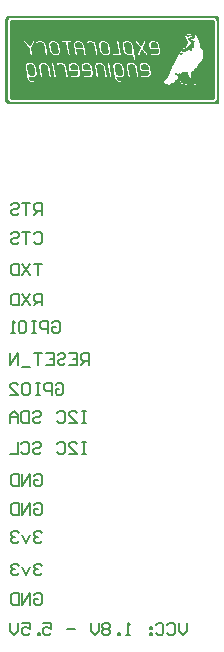
<source format=gbo>
G04 Layer_Color=32896*
%FSLAX44Y44*%
%MOMM*%
G71*
G01*
G75*
%ADD40C,0.2000*%
%ADD63C,0.0254*%
D40*
X67500Y144081D02*
X65834Y145747D01*
X62502D01*
X60835Y144081D01*
Y142415D01*
X62502Y140748D01*
X64168D01*
X62502D01*
X60835Y139082D01*
Y137416D01*
X62502Y135750D01*
X65834D01*
X67500Y137416D01*
X57503Y142415D02*
X54171Y135750D01*
X50839Y142415D01*
X47506Y144081D02*
X45840Y145747D01*
X42508D01*
X40842Y144081D01*
Y142415D01*
X42508Y140748D01*
X44174D01*
X42508D01*
X40842Y139082D01*
Y137416D01*
X42508Y135750D01*
X45840D01*
X47506Y137416D01*
X67500Y116581D02*
X65834Y118247D01*
X62502D01*
X60835Y116581D01*
Y114915D01*
X62502Y113248D01*
X64168D01*
X62502D01*
X60835Y111582D01*
Y109916D01*
X62502Y108250D01*
X65834D01*
X67500Y109916D01*
X57503Y114915D02*
X54171Y108250D01*
X50839Y114915D01*
X47506Y116581D02*
X45840Y118247D01*
X42508D01*
X40842Y116581D01*
Y114915D01*
X42508Y113248D01*
X44174D01*
X42508D01*
X40842Y111582D01*
Y109916D01*
X42508Y108250D01*
X45840D01*
X47506Y109916D01*
X67500Y413750D02*
Y423747D01*
X62502D01*
X60835Y422081D01*
Y418748D01*
X62502Y417082D01*
X67500D01*
X64168D02*
X60835Y413750D01*
X57503Y423747D02*
X50839D01*
X54171D01*
Y413750D01*
X40842Y422081D02*
X42508Y423747D01*
X45840D01*
X47506Y422081D01*
Y420415D01*
X45840Y418748D01*
X42508D01*
X40842Y417082D01*
Y415416D01*
X42508Y413750D01*
X45840D01*
X47506Y415416D01*
X60835Y397081D02*
X62502Y398747D01*
X65834D01*
X67500Y397081D01*
Y390416D01*
X65834Y388750D01*
X62502D01*
X60835Y390416D01*
X57503Y398747D02*
X50839D01*
X54171D01*
Y388750D01*
X40842Y397081D02*
X42508Y398747D01*
X45840D01*
X47506Y397081D01*
Y395415D01*
X45840Y393748D01*
X42508D01*
X40842Y392082D01*
Y390416D01*
X42508Y388750D01*
X45840D01*
X47506Y390416D01*
X67500Y372247D02*
X60835D01*
X64168D01*
Y362250D01*
X57503Y372247D02*
X50839Y362250D01*
Y372247D02*
X57503Y362250D01*
X47506Y372247D02*
Y362250D01*
X42508D01*
X40842Y363916D01*
Y370581D01*
X42508Y372247D01*
X47506D01*
X67500Y336750D02*
Y346747D01*
X62502D01*
X60835Y345081D01*
Y341748D01*
X62502Y340082D01*
X67500D01*
X64168D02*
X60835Y336750D01*
X57503Y346747D02*
X50839Y336750D01*
Y346747D02*
X57503Y336750D01*
X47506Y346747D02*
Y336750D01*
X42508D01*
X40842Y338416D01*
Y345081D01*
X42508Y346747D01*
X47506D01*
X75835Y321831D02*
X77502Y323497D01*
X80834D01*
X82500Y321831D01*
Y315166D01*
X80834Y313500D01*
X77502D01*
X75835Y315166D01*
Y318498D01*
X79168D01*
X72503Y313500D02*
Y323497D01*
X67505D01*
X65839Y321831D01*
Y318498D01*
X67505Y316832D01*
X72503D01*
X62506Y323497D02*
X59174D01*
X60840D01*
Y313500D01*
X62506D01*
X59174D01*
X49177Y323497D02*
X52510D01*
X54176Y321831D01*
Y315166D01*
X52510Y313500D01*
X49177D01*
X47511Y315166D01*
Y321831D01*
X49177Y323497D01*
X44179Y313500D02*
X40847D01*
X42513D01*
Y323497D01*
X44179Y321831D01*
X107250Y286500D02*
Y296497D01*
X102252D01*
X100585Y294831D01*
Y291498D01*
X102252Y289832D01*
X107250D01*
X103918D02*
X100585Y286500D01*
X90589Y296497D02*
X97253D01*
Y286500D01*
X90589D01*
X97253Y291498D02*
X93921D01*
X80592Y294831D02*
X82258Y296497D01*
X85590D01*
X87256Y294831D01*
Y293165D01*
X85590Y291498D01*
X82258D01*
X80592Y289832D01*
Y288166D01*
X82258Y286500D01*
X85590D01*
X87256Y288166D01*
X70595Y296497D02*
X77260D01*
Y286500D01*
X70595D01*
X77260Y291498D02*
X73927D01*
X67263Y296497D02*
X60598D01*
X63931D01*
Y286500D01*
X57266Y284834D02*
X50602D01*
X47269Y286500D02*
Y296497D01*
X40605Y286500D01*
Y296497D01*
X78836Y269331D02*
X80502Y270997D01*
X83834D01*
X85500Y269331D01*
Y262666D01*
X83834Y261000D01*
X80502D01*
X78836Y262666D01*
Y265998D01*
X82168D01*
X75503Y261000D02*
Y270997D01*
X70505D01*
X68839Y269331D01*
Y265998D01*
X70505Y264332D01*
X75503D01*
X65506Y270997D02*
X62174D01*
X63840D01*
Y261000D01*
X65506D01*
X62174D01*
X52177Y270997D02*
X55510D01*
X57176Y269331D01*
Y262666D01*
X55510Y261000D01*
X52177D01*
X50511Y262666D01*
Y269331D01*
X52177Y270997D01*
X40514Y261000D02*
X47179D01*
X40514Y267665D01*
Y269331D01*
X42181Y270997D01*
X45513D01*
X47179Y269331D01*
X105000Y247247D02*
X101668D01*
X103334D01*
Y237250D01*
X105000D01*
X101668D01*
X90005D02*
X96669D01*
X90005Y243915D01*
Y245581D01*
X91671Y247247D01*
X95003D01*
X96669Y245581D01*
X80008D02*
X81674Y247247D01*
X85006D01*
X86673Y245581D01*
Y238916D01*
X85006Y237250D01*
X81674D01*
X80008Y238916D01*
X60015Y245581D02*
X61681Y247247D01*
X65013D01*
X66679Y245581D01*
Y243915D01*
X65013Y242248D01*
X61681D01*
X60015Y240582D01*
Y238916D01*
X61681Y237250D01*
X65013D01*
X66679Y238916D01*
X56682Y247247D02*
Y237250D01*
X51684D01*
X50018Y238916D01*
Y245581D01*
X51684Y247247D01*
X56682D01*
X46686Y237250D02*
Y243915D01*
X43353Y247247D01*
X40021Y243915D01*
Y237250D01*
Y242248D01*
X46686D01*
X105000Y220997D02*
X101668D01*
X103334D01*
Y211000D01*
X105000D01*
X101668D01*
X90005D02*
X96669D01*
X90005Y217665D01*
Y219331D01*
X91671Y220997D01*
X95003D01*
X96669Y219331D01*
X80008D02*
X81674Y220997D01*
X85006D01*
X86673Y219331D01*
Y212666D01*
X85006Y211000D01*
X81674D01*
X80008Y212666D01*
X60015Y219331D02*
X61681Y220997D01*
X65013D01*
X66679Y219331D01*
Y217665D01*
X65013Y215998D01*
X61681D01*
X60015Y214332D01*
Y212666D01*
X61681Y211000D01*
X65013D01*
X66679Y212666D01*
X50018Y219331D02*
X51684Y220997D01*
X55016D01*
X56682Y219331D01*
Y212666D01*
X55016Y211000D01*
X51684D01*
X50018Y212666D01*
X46686Y220997D02*
Y211000D01*
X40021D01*
X60835Y192581D02*
X62502Y194247D01*
X65834D01*
X67500Y192581D01*
Y185916D01*
X65834Y184250D01*
X62502D01*
X60835Y185916D01*
Y189248D01*
X64168D01*
X57503Y184250D02*
Y194247D01*
X50839Y184250D01*
Y194247D01*
X47506D02*
Y184250D01*
X42508D01*
X40842Y185916D01*
Y192581D01*
X42508Y194247D01*
X47506D01*
X60835Y167581D02*
X62502Y169247D01*
X65834D01*
X67500Y167581D01*
Y160916D01*
X65834Y159250D01*
X62502D01*
X60835Y160916D01*
Y164248D01*
X64168D01*
X57503Y159250D02*
Y169247D01*
X50839Y159250D01*
Y169247D01*
X47506D02*
Y159250D01*
X42508D01*
X40842Y160916D01*
Y167581D01*
X42508Y169247D01*
X47506D01*
X60835Y91331D02*
X62502Y92997D01*
X65834D01*
X67500Y91331D01*
Y84666D01*
X65834Y83000D01*
X62502D01*
X60835Y84666D01*
Y87998D01*
X64168D01*
X57503Y83000D02*
Y92997D01*
X50839Y83000D01*
Y92997D01*
X47506D02*
Y83000D01*
X42508D01*
X40842Y84666D01*
Y91331D01*
X42508Y92997D01*
X47506D01*
X190250Y67497D02*
Y60832D01*
X186918Y57500D01*
X183585Y60832D01*
Y67497D01*
X173589Y65831D02*
X175255Y67497D01*
X178587D01*
X180253Y65831D01*
Y59166D01*
X178587Y57500D01*
X175255D01*
X173589Y59166D01*
X163592Y65831D02*
X165258Y67497D01*
X168590D01*
X170256Y65831D01*
Y59166D01*
X168590Y57500D01*
X165258D01*
X163592Y59166D01*
X160260Y64165D02*
X158594D01*
Y62498D01*
X160260D01*
Y64165D01*
Y59166D02*
X158594D01*
Y57500D01*
X160260D01*
Y59166D01*
X141932Y57500D02*
X138600D01*
X140266D01*
Y67497D01*
X141932Y65831D01*
X133602Y57500D02*
Y59166D01*
X131935D01*
Y57500D01*
X133602D01*
X125271Y65831D02*
X123605Y67497D01*
X120273D01*
X118606Y65831D01*
Y64165D01*
X120273Y62498D01*
X118606Y60832D01*
Y59166D01*
X120273Y57500D01*
X123605D01*
X125271Y59166D01*
Y60832D01*
X123605Y62498D01*
X125271Y64165D01*
Y65831D01*
X123605Y62498D02*
X120273D01*
X115274Y67497D02*
Y60832D01*
X111942Y57500D01*
X108610Y60832D01*
Y67497D01*
X95281Y62498D02*
X88616D01*
X68622Y67497D02*
X75287D01*
Y62498D01*
X71955Y64165D01*
X70289D01*
X68622Y62498D01*
Y59166D01*
X70289Y57500D01*
X73621D01*
X75287Y59166D01*
X65290Y57500D02*
Y59166D01*
X63624D01*
Y57500D01*
X65290D01*
X50295Y67497D02*
X56960D01*
Y62498D01*
X53627Y64165D01*
X51961D01*
X50295Y62498D01*
Y59166D01*
X51961Y57500D01*
X55293D01*
X56960Y59166D01*
X46963Y67497D02*
Y60832D01*
X43631Y57500D01*
X40298Y60832D01*
Y67497D01*
D63*
X36486Y578343D02*
X38010D01*
X36486Y578597D02*
X38010Y578597D01*
X36486Y578851D02*
X38010Y578851D01*
X36486Y579105D02*
X38010D01*
X36486Y579359D02*
X38264D01*
X36740Y579867D02*
X38518D01*
X36740Y580121D02*
X38772D01*
X36740Y580375D02*
X39026D01*
X36994Y580629D02*
X39534D01*
X36486Y579613D02*
X38264D01*
X215302Y578343D02*
X216826D01*
X215302Y578597D02*
X216826D01*
X215048Y578851D02*
X216826D01*
X215048Y579105D02*
X216826D01*
X215048Y579359D02*
X216826D01*
X214540Y579867D02*
X216826D01*
X214286Y580121D02*
X216826D01*
X214032Y580375D02*
X216826D01*
X213524Y580629D02*
X216572D01*
X214794Y579613D02*
X216826D01*
X36486Y558023D02*
X37756D01*
X36486Y558277D02*
X37756Y558277D01*
X36486Y558531D02*
X37756D01*
X36486Y558785D02*
X37756D01*
X36486Y559039D02*
X37756D01*
X36486Y559547D02*
X37756D01*
X36486Y559801D02*
X37756D01*
X36486Y560055D02*
X37756Y560055D01*
X36486Y560309D02*
X37756D01*
X36486Y560563D02*
X37756D01*
X36486Y560817D02*
X37756D01*
X36486Y561071D02*
X37756Y561071D01*
X36486Y561325D02*
X37756D01*
X36486Y561579D02*
X37756D01*
X36486Y561833D02*
X37756Y561833D01*
X36486Y562087D02*
X37756D01*
X36486Y562341D02*
X37756D01*
X36486Y562595D02*
X37756D01*
X36486Y562849D02*
X37756D01*
X36486Y563103D02*
X37756D01*
X36486Y563357D02*
X37756D01*
X36486Y563611D02*
X37756D01*
X36486Y563865D02*
X37756Y563865D01*
X36486Y564119D02*
X37756D01*
X36486Y564373D02*
X37756D01*
X36486Y564627D02*
X37756D01*
X36486Y564881D02*
X37756Y564881D01*
X36486Y565135D02*
X37756D01*
X36486Y565389D02*
X37756D01*
X36486Y565643D02*
X37756Y565643D01*
X36486Y565897D02*
X37756D01*
X36486Y566151D02*
X37756D01*
X36486Y566405D02*
X37756D01*
X36486Y566659D02*
X37756Y566659D01*
X36486Y566913D02*
X37756D01*
X36486Y567167D02*
X37756D01*
X36486Y567421D02*
X37756D01*
X36486Y567675D02*
X37756Y567675D01*
X36486Y567929D02*
X37756D01*
X36486Y568183D02*
X37756D01*
X36486Y568437D02*
X37756D01*
X36486Y568691D02*
X37756Y568691D01*
X36486Y568945D02*
X37756D01*
X36486Y569199D02*
X37756D01*
X36486Y569453D02*
X37756Y569453D01*
X36486Y569707D02*
X37756D01*
X36486Y569961D02*
X37756D01*
X36486Y570215D02*
X37756D01*
X36486Y570469D02*
X37756Y570469D01*
X36486Y570723D02*
X37756D01*
X36486Y570977D02*
X37756D01*
X36486Y571231D02*
X37756Y571231D01*
X36486Y571485D02*
X37756D01*
X36486Y571739D02*
X37756D01*
X36486Y571993D02*
X37756D01*
X36486Y572247D02*
X37756Y572247D01*
X36486Y572501D02*
X37756D01*
X36486Y572755D02*
X37756D01*
X36486Y573009D02*
X37756D01*
X36486Y559293D02*
X37756Y559293D01*
X36486Y573517D02*
X37756D01*
X36486Y573771D02*
X37756D01*
X36486Y574025D02*
X37756D01*
X36486Y574279D02*
X37756Y574279D01*
X36486Y574533D02*
X37756D01*
X36486Y574787D02*
X37756D01*
X36486Y575041D02*
X37756Y575041D01*
X36486Y575295D02*
X37756D01*
X36486Y575549D02*
X37756D01*
X36486Y575803D02*
X37756D01*
X36486Y576057D02*
X37756Y576057D01*
X36486Y576311D02*
X37756D01*
X36486Y576565D02*
X37756D01*
X36486Y576819D02*
X37756Y576819D01*
X36486Y577073D02*
X37756D01*
X36486Y577327D02*
X37756D01*
X36486Y577581D02*
X37756D01*
X36486Y577835D02*
X37756Y577835D01*
X36486Y573263D02*
X37756Y573263D01*
X55790Y558023D02*
X57568D01*
X55536Y558277D02*
X57568D01*
X55282Y558531D02*
X57822D01*
X55028Y558785D02*
X57822D01*
X54774Y559039D02*
X58076D01*
X60362Y559547D02*
X61886D01*
X60616Y559801D02*
X61886Y559801D01*
X60616Y560055D02*
X61886Y560055D01*
X60616Y560309D02*
X61886D01*
X60616Y560563D02*
X62140D01*
X60616Y560817D02*
X62394D01*
X60362Y561071D02*
X63156D01*
X54774Y559293D02*
X58076D01*
X60362Y559293D02*
X62140Y559293D01*
X59854Y561325D02*
X64680D01*
X54520Y559547D02*
X58330D01*
X54266Y559801D02*
X58330D01*
X54012Y560055D02*
X58584D01*
X53758Y560309D02*
X58584D01*
X53758Y560563D02*
X58838D01*
X53504Y560817D02*
X58838D01*
X53250Y561071D02*
X59092Y561071D01*
X52742Y561325D02*
X59600D01*
X75856Y559547D02*
X77888D01*
X80682Y559801D02*
X83730D01*
X80428Y560055D02*
X83476D01*
X80174Y560309D02*
X83222D01*
X79920Y560563D02*
X83222D01*
X79412Y560817D02*
X83222D01*
X78650Y561071D02*
X83222D01*
X77380Y561325D02*
X83730Y561325D01*
X75094Y559293D02*
X78650D01*
X70522Y558023D02*
X72554D01*
X70522Y558277D02*
X72554D01*
X70268Y558531D02*
X72554D01*
X70268Y558785D02*
X72554D01*
X70268Y559039D02*
X72554D01*
X70014Y559547D02*
X72808D01*
X69760Y559801D02*
X72808D01*
X69506Y560055D02*
X73062D01*
X69252Y560309D02*
X73062D01*
X68998Y560563D02*
X73570D01*
X68490Y560817D02*
X73824D01*
X67728Y561071D02*
X74332D01*
X70014Y559293D02*
X72554D01*
X74586Y558023D02*
X79666D01*
X74586Y558277D02*
X79666D01*
X74586Y558531D02*
X79412D01*
X74840Y558785D02*
X79158D01*
X74840Y559039D02*
X79158D01*
X95668Y558023D02*
X100748D01*
X95668Y558277D02*
X100748Y558277D01*
X95668Y558531D02*
X100494D01*
X95668Y558785D02*
X100240D01*
X95922Y559039D02*
X99986D01*
X96938Y559547D02*
X98970D01*
X102018D02*
X104304D01*
X101764Y559801D02*
X104304Y559801D01*
X101510Y560055D02*
X104304Y560055D01*
X101256Y560309D02*
X104304D01*
X100748Y560563D02*
X104558D01*
X96176Y559293D02*
X99732D01*
X102272D02*
X104558D01*
X100494Y560817D02*
X104812D01*
X99732Y561071D02*
X105574Y561071D01*
X89318Y558023D02*
X93382D01*
X89318Y558277D02*
X93382D01*
X89318Y558531D02*
X93382D01*
X89318Y558785D02*
X93636D01*
X89064Y559039D02*
X93636D01*
X89064Y559547D02*
X93636D01*
X92366Y559801D02*
X93890D01*
X92620Y560055D02*
X94144Y560055D01*
X92620Y560309D02*
X94144D01*
X92620Y560563D02*
X94652D01*
X92366Y560817D02*
X94906D01*
X89064Y559293D02*
X93636D01*
X92112Y561071D02*
X95414Y561071D01*
X91858Y561325D02*
X96684D01*
X117004Y558023D02*
X122084D01*
X117004Y558277D02*
X121830D01*
X117004Y558531D02*
X121830D01*
X117004Y558785D02*
X121576D01*
X117258Y559039D02*
X121322D01*
X118274Y559547D02*
X120306D01*
X117512Y559293D02*
X121068D01*
X112940Y558023D02*
X114718Y558023D01*
X112940Y558277D02*
X114718Y558277D01*
X112686Y558531D02*
X114718D01*
X112686Y558785D02*
X114972D01*
X112686Y559039D02*
X114972D01*
X112178Y559547D02*
X114972D01*
X112178Y559801D02*
X115226D01*
X112432Y559293D02*
X114972D01*
X111924Y560055D02*
X115480D01*
X111670Y560309D02*
X115480D01*
X111416Y560563D02*
X115988D01*
X110908Y560817D02*
X116242D01*
X110146Y561071D02*
X116750D01*
X108876Y561325D02*
X118020D01*
X137070Y558023D02*
X142150D01*
X137070Y558277D02*
X141896Y558277D01*
X137070Y558531D02*
X141896D01*
X137070Y558785D02*
X141642D01*
X137324Y559039D02*
X141388D01*
X138340Y559547D02*
X140372D01*
X137578Y559293D02*
X141134D01*
X144182Y558277D02*
X147484D01*
X143928Y558531D02*
X147484D01*
X143928Y558785D02*
X147230D01*
X143674Y559039D02*
X146976D01*
X143420Y559547D02*
X146468D01*
X143166Y559801D02*
X146214D01*
X142912Y560055D02*
X146214Y560055D01*
X142658Y560309D02*
X145960D01*
X142150Y560563D02*
X145960D01*
X141896Y560817D02*
X146214D01*
X141134Y561071D02*
X146468Y561071D01*
X139864Y561325D02*
X146722D01*
X143674Y559293D02*
X146722Y559293D01*
X132752Y558023D02*
X134784D01*
X132752Y558277D02*
X134784D01*
X132752Y558531D02*
X134784D01*
X132498Y558785D02*
X134784D01*
X132498Y559039D02*
X135038D01*
X132498Y559547D02*
X135038D01*
X132498Y559801D02*
X135292D01*
X132498Y560055D02*
X135546Y560055D01*
X132244Y560309D02*
X135546D01*
X132498Y559293D02*
X135038D01*
X132244Y560563D02*
X135800D01*
X131990Y560817D02*
X136308D01*
X131736Y561071D02*
X136816D01*
X131228Y561325D02*
X138086D01*
X159422Y558023D02*
X164248D01*
X159422Y558277D02*
X164248Y558277D01*
X159422Y558531D02*
X164248D01*
X159422Y558785D02*
X163994D01*
X159676Y559039D02*
X163740D01*
X160438Y559547D02*
X162724D01*
X159930Y559293D02*
X163486D01*
X150278Y558023D02*
X151548D01*
X150024Y558277D02*
X151548D01*
X149770Y558531D02*
X151802D01*
X149516Y558785D02*
X151802D01*
X149516Y559039D02*
X152056D01*
X149008Y559547D02*
X152310D01*
X148754Y559801D02*
X152310D01*
X148500Y560055D02*
X152564D01*
X148500Y560309D02*
X152564D01*
X148246Y560563D02*
X152818D01*
X147992Y560817D02*
X152818D01*
X149262Y559293D02*
X152056D01*
X154088Y558023D02*
X157136D01*
X154088Y558277D02*
X157136D01*
X154342Y558531D02*
X157136D01*
X154342Y558785D02*
X157136D01*
X154596Y559039D02*
X157136D01*
X154850Y559547D02*
X157390D01*
X154850Y559801D02*
X157390D01*
X154850Y560055D02*
X157644Y560055D01*
X154850Y560309D02*
X157898D01*
X154850Y560563D02*
X158152D01*
X154596Y560817D02*
X158660D01*
X154342Y561071D02*
X159168D01*
X153834Y561325D02*
X160438D01*
X154596Y559293D02*
X157390D01*
X192696Y558023D02*
X193204D01*
X193458Y558023D02*
X194982Y558023D01*
X192696Y558277D02*
X194474D01*
X193204Y558531D02*
X193966D01*
X193204Y558785D02*
X193458D01*
X194982D02*
X195490D01*
X194728Y559039D02*
X195490D01*
X193966Y559547D02*
X195490D01*
X193712Y559801D02*
X195490Y559801D01*
X193204Y560055D02*
X195490Y560055D01*
X192950Y560309D02*
X195744D01*
X192696Y560563D02*
X195236D01*
X192442Y560817D02*
X194982D01*
X192442Y561071D02*
X194474D01*
X192188Y561325D02*
X194220D01*
X191934Y561579D02*
X193712D01*
X191680Y561833D02*
X193458Y561833D01*
X191680Y562087D02*
X192950D01*
X191426Y562341D02*
X192442D01*
X191172Y562595D02*
X192188D01*
X190918Y562849D02*
X191680D01*
X190918Y563103D02*
X191426Y563103D01*
X192188Y563357D02*
X194728D01*
X192188Y563611D02*
X195490Y563611D01*
X192442Y563865D02*
X195998D01*
X192696Y564119D02*
X196252D01*
X194220Y564373D02*
X196506D01*
X194728Y564627D02*
X196506D01*
X194728Y564881D02*
X196252D01*
X190410Y565135D02*
X191172D01*
X194728D02*
X195998D01*
X189140Y565389D02*
X191934D01*
X193712D02*
X194474D01*
X194728D02*
X195744D01*
X193204Y565643D02*
X195744Y565643D01*
X192950Y565897D02*
X193712D01*
X194220D02*
X195744D01*
X194474Y566151D02*
X195744D01*
X194474Y566405D02*
X195744D01*
X194474Y566659D02*
X195490Y566659D01*
X193204Y566913D02*
X195236Y566913D01*
X192950Y567167D02*
X194982D01*
X192442Y567421D02*
X194474D01*
X189648Y567675D02*
X190410D01*
X192188D02*
X194220D01*
X189648Y567929D02*
X189902D01*
X190410D02*
X194982D01*
X190918Y568437D02*
X193966D01*
X192188Y568691D02*
X193458Y568691D01*
X194474Y559293D02*
X195490Y559293D01*
X215302Y558023D02*
X216826D01*
X215302Y558277D02*
X216826D01*
X215302Y558531D02*
X216826D01*
X215302Y558785D02*
X216826D01*
X215302Y559039D02*
X216826D01*
X215302Y559547D02*
X216826D01*
X215302Y559801D02*
X216826D01*
X215302Y560055D02*
X216826D01*
X215302Y560309D02*
X216826D01*
X215302Y560563D02*
X216826D01*
X215302Y560817D02*
X216826D01*
X215302Y561071D02*
X216826D01*
X215302Y561325D02*
X216826D01*
X215302Y561579D02*
X216826D01*
X215302Y561833D02*
X216826D01*
X215302Y562087D02*
X216826D01*
X215302Y562341D02*
X216826D01*
X215302Y562595D02*
X216826D01*
X215302Y562849D02*
X216826D01*
X215302Y563103D02*
X216826D01*
X215302Y563357D02*
X216826D01*
X215302Y563611D02*
X216826D01*
X215302Y563865D02*
X216826D01*
X215302Y564119D02*
X216826D01*
X215302Y564373D02*
X216826D01*
X215302Y564627D02*
X216826D01*
X215302Y564881D02*
X216826D01*
X215302Y565135D02*
X216826D01*
X215302Y565389D02*
X216826D01*
X215302Y565643D02*
X216826D01*
X215302Y565897D02*
X216826D01*
X215302Y566151D02*
X216826D01*
X215302Y566405D02*
X216826D01*
X215302Y566659D02*
X216826D01*
X215302Y566913D02*
X216826D01*
X215302Y567167D02*
X216826D01*
X215302Y567421D02*
X216826D01*
X215302Y567675D02*
X216826D01*
X215302Y567929D02*
X216826D01*
X215302Y568183D02*
X216826D01*
X215302Y568437D02*
X216826D01*
X215302Y568691D02*
X216826D01*
X215302Y568945D02*
X216826D01*
X215302Y569199D02*
X216826D01*
X215302Y569453D02*
X216826D01*
X215302Y569707D02*
X216826D01*
X215302Y569961D02*
X216826D01*
X215302Y570215D02*
X216826D01*
X215302Y570469D02*
X216826D01*
X215302Y570723D02*
X216826D01*
X215302Y570977D02*
X216826D01*
X215302Y571231D02*
X216826D01*
X215302Y571485D02*
X216826D01*
X215302Y571739D02*
X216826D01*
X215302Y571993D02*
X216826D01*
X215302Y572247D02*
X216826D01*
X215302Y572501D02*
X216826D01*
X215302Y572755D02*
X216826D01*
X215302Y573009D02*
X216826D01*
X215302Y559293D02*
X216826D01*
X215302Y573517D02*
X216826D01*
X215302Y573771D02*
X216826D01*
X215302Y574025D02*
X216826D01*
X215302Y574279D02*
X216826D01*
X215302Y574533D02*
X216826D01*
X215302Y574787D02*
X216826D01*
X215302Y575041D02*
X216826D01*
X215302Y575295D02*
X216826D01*
X215302Y575549D02*
X216826D01*
X215302Y575803D02*
X216826D01*
X215302Y576057D02*
X216826D01*
X215302Y576311D02*
X216826D01*
X215302Y576565D02*
X216826D01*
X215302Y576819D02*
X216826D01*
X215302Y577073D02*
X216826D01*
X215302Y577327D02*
X216826D01*
X215302Y577581D02*
X216826D01*
X215302Y577835D02*
X216826D01*
X215302Y573263D02*
X216826D01*
X36486Y537703D02*
X37756Y537703D01*
X36486Y537957D02*
X37756D01*
X36486Y538211D02*
X37756D01*
X36486Y538465D02*
X37756D01*
X36486Y538719D02*
X37756Y538719D01*
X36486Y539227D02*
X37756D01*
X36486Y539481D02*
X37756Y539481D01*
X36486Y539735D02*
X37756D01*
X36486Y539989D02*
X37756D01*
X36486Y540243D02*
X37756D01*
X36486Y540497D02*
X37756Y540497D01*
X36486Y540751D02*
X37756D01*
X36486Y541005D02*
X37756D01*
X36486Y541259D02*
X37756Y541259D01*
X36486Y541513D02*
X37756D01*
X36486Y541767D02*
X37756D01*
X36486Y542021D02*
X37756D01*
X36486Y542275D02*
X37756Y542275D01*
X36486Y542529D02*
X37756D01*
X36486Y542783D02*
X37756D01*
X36486Y543037D02*
X37756D01*
X36486Y543291D02*
X37756Y543291D01*
X36486Y543545D02*
X37756D01*
X36486Y543799D02*
X37756D01*
X36486Y544053D02*
X37756D01*
X36486Y544307D02*
X37756Y544307D01*
X36486Y544561D02*
X37756D01*
X36486Y544815D02*
X37756D01*
X36486Y545069D02*
X37756Y545069D01*
X36486Y545323D02*
X37756D01*
X36486Y545577D02*
X37756D01*
X36486Y545831D02*
X37756D01*
X36486Y546085D02*
X37756Y546085D01*
X36486Y546339D02*
X37756D01*
X36486Y546593D02*
X37756D01*
X36486Y546847D02*
X37756Y546847D01*
X36486Y547101D02*
X37756D01*
X36486Y547355D02*
X37756D01*
X36486Y547609D02*
X37756D01*
X36486Y547863D02*
X37756D01*
X36486Y548117D02*
X37756D01*
X36486Y548371D02*
X37756D01*
X36486Y548625D02*
X37756D01*
X36486Y548879D02*
X37756Y548879D01*
X36486Y549133D02*
X37756D01*
X36486Y549387D02*
X37756D01*
X36486Y549641D02*
X37756D01*
X36486Y549895D02*
X37756Y549895D01*
X36486Y550149D02*
X37756D01*
X36486Y550403D02*
X37756D01*
X36486Y550657D02*
X37756Y550657D01*
X36486Y550911D02*
X37756D01*
X36486Y551165D02*
X37756D01*
X36486Y551419D02*
X37756D01*
X36486Y551673D02*
X37756Y551673D01*
X36486Y551927D02*
X37756D01*
X36486Y552181D02*
X37756D01*
X36486Y552435D02*
X37756D01*
X36486Y552689D02*
X37756Y552689D01*
X36486Y538973D02*
X37756D01*
X36486Y553197D02*
X37756D01*
X36486Y553451D02*
X37756D01*
X36486Y553705D02*
X37756Y553705D01*
X36486Y553959D02*
X37756D01*
X36486Y554213D02*
X37756D01*
X36486Y554467D02*
X37756Y554467D01*
X36486Y554721D02*
X37756D01*
X36486Y554975D02*
X37756D01*
X36486Y555229D02*
X37756D01*
X36486Y555483D02*
X37756Y555483D01*
X36486Y555737D02*
X37756D01*
X36486Y555991D02*
X37756D01*
X36486Y556245D02*
X37756Y556245D01*
X36486Y556499D02*
X37756D01*
X36486Y556753D02*
X37756D01*
X36486Y557007D02*
X37756D01*
X36486Y557261D02*
X37756Y557261D01*
X36486Y557515D02*
X37756D01*
X36486Y552943D02*
X37756D01*
X55028Y537703D02*
X60362Y537703D01*
X55028Y537957D02*
X60108D01*
X55028Y538211D02*
X60108D01*
X55028Y538465D02*
X60108D01*
X54774Y538719D02*
X60108Y538719D01*
X54774Y539227D02*
X59854Y539227D01*
X54774Y539481D02*
X59854Y539481D01*
X54774Y539735D02*
X59854D01*
X54774Y539989D02*
X59600D01*
X55028Y540243D02*
X59600D01*
X55028Y540497D02*
X59346D01*
X55536Y540751D02*
X58838D01*
X56044Y541005D02*
X58076D01*
X54774Y538973D02*
X60108D01*
X62394Y537703D02*
X64426Y537703D01*
X62394Y537957D02*
X64426D01*
X62394Y538211D02*
X64172D01*
X62140Y538465D02*
X64172D01*
X62140Y538719D02*
X64172Y538719D01*
X62140Y539227D02*
X64172D01*
X61886Y539481D02*
X64172D01*
X61886Y539735D02*
X64172D01*
X61886Y539989D02*
X64172D01*
X61632Y540243D02*
X64172D01*
X61632Y540497D02*
X64172Y540497D01*
X61378Y540751D02*
X64172Y540751D01*
X61124Y541005D02*
X64426D01*
X60870Y541259D02*
X64426Y541259D01*
X60616Y541513D02*
X64680D01*
X60362Y541767D02*
X64934D01*
X60108Y542021D02*
X65188D01*
X59600Y542275D02*
X65442D01*
X58838Y542529D02*
X66204D01*
X62140Y538973D02*
X64172D01*
X56552Y557007D02*
X56806D01*
X56298Y557261D02*
X57060D01*
X56044Y557515D02*
X57314D01*
X77380Y540751D02*
X79412Y540751D01*
X77380Y541005D02*
X79158D01*
X81698D02*
X83730D01*
X77126Y541259D02*
X79158Y541259D01*
X77126Y541513D02*
X79158D01*
X77126Y541767D02*
X79158D01*
X77126Y542021D02*
X79412D01*
X76872Y542275D02*
X79666Y542275D01*
X76618Y542529D02*
X80428D01*
X76110Y542783D02*
X81952D01*
X77126Y550657D02*
X79666Y550657D01*
X76618Y550911D02*
X80174D01*
X76110Y551165D02*
X80428D01*
X76110Y551419D02*
X80428D01*
X75856Y551673D02*
X80682Y551673D01*
X75602Y551927D02*
X80682Y551927D01*
X75602Y552181D02*
X80682D01*
X75602Y552435D02*
X80682Y552435D01*
X75348Y552689D02*
X80682Y552689D01*
X77888Y537703D02*
X85762D01*
X77888Y537957D02*
X85762D01*
X77888Y538211D02*
X85762D01*
X77634Y538465D02*
X85762D01*
X77634Y538719D02*
X85762Y538719D01*
X77634Y539227D02*
X85508D01*
X77634Y539481D02*
X85508Y539481D01*
X77634Y539735D02*
X85508D01*
X77380Y539989D02*
X85254D01*
X77380Y540243D02*
X85000D01*
X77380Y540497D02*
X84746D01*
X80682Y540751D02*
X84492D01*
X77634Y538973D02*
X85762D01*
X75348Y553197D02*
X80682D01*
X75348Y553451D02*
X80428D01*
X75348Y553705D02*
X80428D01*
X75348Y553959D02*
X80428D01*
X75094Y554213D02*
X80428D01*
X75094Y554467D02*
X80428D01*
X75094Y554721D02*
X80174D01*
X75094Y554975D02*
X80174D01*
X75094Y555229D02*
X80174D01*
X66966Y540751D02*
X70268D01*
X67474Y541005D02*
X69506D01*
X71792Y550403D02*
X74586D01*
X71792Y550657D02*
X74332D01*
X71792Y550911D02*
X74078D01*
X71792Y551165D02*
X73824D01*
X71792Y551419D02*
X73824D01*
X71538Y551673D02*
X73570Y551673D01*
X71538Y551927D02*
X73570Y551927D01*
X71538Y552181D02*
X73570D01*
X71538Y552435D02*
X73316Y552435D01*
X71538Y552689D02*
X73316Y552689D01*
X71284Y553197D02*
X73316D01*
X71284Y553451D02*
X73316D01*
X71284Y553705D02*
X73062D01*
X71284Y553959D02*
X73062D01*
X71284Y554213D02*
X73062D01*
X71284Y554467D02*
X73062D01*
X71030Y554721D02*
X73062D01*
X71030Y554975D02*
X73062D01*
X71030Y555229D02*
X72808D01*
X71030Y555483D02*
X72808D01*
X71030Y555737D02*
X72808D01*
X70776Y555991D02*
X72808D01*
X70776Y556245D02*
X72808D01*
X70776Y556499D02*
X72808D01*
X70776Y556753D02*
X72554D01*
X70776Y557007D02*
X72554D01*
X70776Y557261D02*
X72554D01*
X70522Y557515D02*
X72554D01*
X75348Y552943D02*
X80682D01*
X71538D02*
X73316D01*
X73824Y537703D02*
X75856Y537703D01*
X73824Y537957D02*
X75602D01*
X73824Y538211D02*
X75602D01*
X73570Y538465D02*
X75602D01*
X73570Y538719D02*
X75602Y538719D01*
X73570Y539227D02*
X75602Y539227D01*
X73316Y539481D02*
X75348Y539481D01*
X73316Y539735D02*
X75348D01*
X73316Y539989D02*
X75348D01*
X73062Y540243D02*
X75348D01*
X73062Y540497D02*
X75348Y540497D01*
X72808Y540751D02*
X75348Y540751D01*
X72554Y541005D02*
X75094D01*
X72300Y541259D02*
X75094D01*
X72046Y541513D02*
X75094D01*
X71792Y541767D02*
X75094D01*
X71538Y542021D02*
X75094D01*
X71030Y542275D02*
X75094D01*
X70268Y542529D02*
X75348D01*
X68744Y542783D02*
X75602D01*
X71538Y548879D02*
X77634Y548879D01*
X71792Y549133D02*
X76618D01*
X72046Y549387D02*
X75856D01*
X72046Y549641D02*
X75348D01*
X72046Y549895D02*
X75094D01*
X72046Y550149D02*
X74840D01*
X73570Y538973D02*
X75602Y538973D01*
X74840Y555483D02*
X80174D01*
X74840Y555737D02*
X80174D01*
X74840Y555991D02*
X80174D01*
X74840Y556245D02*
X79920D01*
X74840Y556499D02*
X79920D01*
X74840Y556753D02*
X79920D01*
X74586Y557007D02*
X79920D01*
X74586Y557261D02*
X79920D01*
X74586Y557515D02*
X79920D01*
X98970Y537703D02*
X100494D01*
X98970Y537957D02*
X100494D01*
X98970Y538211D02*
X100494D01*
X98970Y538465D02*
X100240D01*
X98716Y538719D02*
X100240D01*
X98716Y539227D02*
X100240D01*
X98716Y539481D02*
X100240Y539481D01*
X98462Y539735D02*
X100240D01*
X98462Y539989D02*
X100240D01*
X98208Y540243D02*
X100240D01*
X98208Y540497D02*
X100240Y540497D01*
X97954Y540751D02*
X100494Y540751D01*
X97700Y541005D02*
X100494D01*
X97700Y541259D02*
X100494Y541259D01*
X97446Y541513D02*
X100748D01*
X96938Y541767D02*
X101002D01*
X96684Y542021D02*
X101256D01*
X96176Y542275D02*
X101764Y542275D01*
X95414Y542529D02*
X102272D01*
X96430Y548879D02*
X103034D01*
X96938Y549133D02*
X102780D01*
X96938Y549387D02*
X102526D01*
X96938Y549641D02*
X102272D01*
X96938Y549895D02*
X102272D01*
X96938Y550149D02*
X102272D01*
X96938Y550403D02*
X102018D01*
X96938Y550657D02*
X102018D01*
X96684Y550911D02*
X102018D01*
X96684Y551165D02*
X102018D01*
X96684Y551419D02*
X102018D01*
X96684Y551673D02*
X101764Y551673D01*
X96684Y551927D02*
X101764Y551927D01*
X96684Y552181D02*
X101764D01*
X96430Y552435D02*
X101764Y552435D01*
X96430Y552689D02*
X101764Y552689D01*
X98716Y538973D02*
X100240D01*
X102780Y540497D02*
X106844D01*
X103034Y540751D02*
X106336D01*
X103542Y541005D02*
X105574D01*
X96430Y553197D02*
X101510D01*
X96430Y553451D02*
X101510D01*
X96430Y553705D02*
X101510Y553705D01*
X95922Y555737D02*
X101256D01*
X95922Y555991D02*
X101256D01*
X95922Y556245D02*
X101002D01*
X95922Y556499D02*
X101002D01*
X95668Y556753D02*
X101002D01*
X95668Y557007D02*
X101002D01*
X95668Y557261D02*
X101002Y557261D01*
X95668Y557515D02*
X100748D01*
X88048Y537703D02*
X89572D01*
X88048Y537957D02*
X89572D01*
X87794Y538211D02*
X89572D01*
X87794Y538465D02*
X89318D01*
X87794Y538719D02*
X89318D01*
X87794Y539227D02*
X89318D01*
X87540Y539481D02*
X89318D01*
X87540Y539735D02*
X89318D01*
X87540Y539989D02*
X89318D01*
X87540Y540243D02*
X89318D01*
X87286Y540497D02*
X89318D01*
X87286Y540751D02*
X89572D01*
X87032Y541005D02*
X89572D01*
X92620D02*
X94652D01*
X90842Y549641D02*
X94906D01*
X90842Y549895D02*
X94906D01*
X90842Y550149D02*
X94906D01*
X90842Y550403D02*
X94906D01*
X90588Y550657D02*
X94652D01*
X90588Y550911D02*
X94652D01*
X90588Y551165D02*
X94652D01*
X90588Y551419D02*
X94652D01*
X90588Y551673D02*
X94652D01*
X90334Y551927D02*
X94652Y551927D01*
X90334Y552181D02*
X94398D01*
X90334Y552435D02*
X94398D01*
X90334Y552689D02*
X94398D01*
X87794Y538973D02*
X89318D01*
X90334Y553197D02*
X94398D01*
X90080Y553451D02*
X94144D01*
X90080Y553705D02*
X94144D01*
X90080Y553959D02*
X94144D01*
X90080Y554213D02*
X94144D01*
X90080Y554467D02*
X94144D01*
X89826Y554721D02*
X94144D01*
X89826Y554975D02*
X93890D01*
X89826Y555229D02*
X93890D01*
X89826Y555483D02*
X93890Y555483D01*
X89826Y555737D02*
X93890D01*
X89826Y555991D02*
X93890D01*
X89572Y556245D02*
X93636D01*
X89572Y556499D02*
X93636D01*
X89572Y556753D02*
X93636D01*
X89572Y557007D02*
X93636D01*
X89572Y557261D02*
X93636D01*
X89572Y557515D02*
X93636D01*
X96430Y552943D02*
X101764D01*
X90334D02*
X94398D01*
X91604Y537703D02*
X96938D01*
X91604Y537957D02*
X96938D01*
X91604Y538211D02*
X96684D01*
X91604Y538465D02*
X96684D01*
X91604Y538719D02*
X96684D01*
X91350Y539227D02*
X96684D01*
X91350Y539481D02*
X96430Y539481D01*
X91350Y539735D02*
X96430D01*
X91604Y539989D02*
X96176D01*
X91604Y540243D02*
X96176D01*
X91858Y540497D02*
X95922D01*
X92112Y540751D02*
X95414D01*
X93890Y542783D02*
X103796D01*
X90334Y548879D02*
X95922Y548879D01*
X90588Y549133D02*
X95414D01*
X90842Y549387D02*
X95160D01*
X91350Y538973D02*
X96684D01*
X121068Y537703D02*
X123100D01*
X121068Y537957D02*
X123100D01*
X121068Y538211D02*
X122846D01*
X120814Y538465D02*
X122846D01*
X120814Y538719D02*
X122846D01*
X120814Y539227D02*
X122846D01*
X120560Y539481D02*
X122592Y539481D01*
X120560Y539735D02*
X122592D01*
X120560Y539989D02*
X122592D01*
X120306Y540243D02*
X122592D01*
X120306Y540497D02*
X122592Y540497D01*
X120052Y540751D02*
X122592D01*
X119798Y541005D02*
X122338D01*
X119544Y541259D02*
X122338D01*
X119290Y541513D02*
X122338D01*
X119036Y541767D02*
X122338D01*
X118782Y542021D02*
X122338D01*
X118274Y542275D02*
X122338D01*
X117512Y542529D02*
X122592Y542529D01*
X115988Y542783D02*
X123100D01*
X119544Y550657D02*
X122084Y550657D01*
X119036Y550911D02*
X122592D01*
X118528Y551165D02*
X122846D01*
X118274Y551419D02*
X122846D01*
X118274Y551673D02*
X123100D01*
X118020Y551927D02*
X123100D01*
X118020Y552181D02*
X123100D01*
X118020Y552435D02*
X123100D01*
X117766Y552689D02*
X123100D01*
X120814Y538973D02*
X122846D01*
X125132Y537703D02*
X127164D01*
X125132Y537957D02*
X127164D01*
X125132Y538211D02*
X126910D01*
X124878Y538465D02*
X126910D01*
X124878Y538719D02*
X126910D01*
X124878Y539227D02*
X126910D01*
X124878Y539481D02*
X126910D01*
X124878Y539735D02*
X126910D01*
X124624Y539989D02*
X126910D01*
X124624Y540243D02*
X126910D01*
X124624Y540497D02*
X126910Y540497D01*
X124624Y540751D02*
X126910D01*
X124624Y541005D02*
X127164D01*
X124624Y541259D02*
X127164D01*
X122338Y548879D02*
X126910D01*
X123354Y549133D02*
X126402D01*
X123862Y549387D02*
X126402D01*
X124116Y549641D02*
X126148D01*
X124624Y549895D02*
X126148Y549895D01*
X124624Y550149D02*
X126148Y550149D01*
X124878Y550403D02*
X126402D01*
X124878Y538973D02*
X126910D01*
X117766Y553197D02*
X122846D01*
X117766Y553451D02*
X122846D01*
X117766Y553705D02*
X122846D01*
X117512Y553959D02*
X122846D01*
X117512Y554213D02*
X122846D01*
X117512Y554467D02*
X122846D01*
X117512Y554721D02*
X122592D01*
X117512Y554975D02*
X122592D01*
X117258Y555229D02*
X122592D01*
X117258Y555483D02*
X122592D01*
X117258Y555737D02*
X122592D01*
X117258Y555991D02*
X122338D01*
X117258Y556245D02*
X122338D01*
X117258Y556499D02*
X122338D01*
X117004Y556753D02*
X122338D01*
X117004Y557007D02*
X122338D01*
X117004Y557261D02*
X122338Y557261D01*
X117004Y557515D02*
X122084Y557515D01*
X109892Y537703D02*
X111670D01*
X109892Y537957D02*
X111670D01*
X109892Y538211D02*
X111416D01*
X109892Y538465D02*
X111416D01*
X109638Y538719D02*
X111416Y538719D01*
X109638Y539227D02*
X111416D01*
X109638Y539481D02*
X111416Y539481D01*
X109384Y539735D02*
X111416D01*
X109384Y539989D02*
X111416D01*
X109130Y540243D02*
X111416D01*
X109130Y540497D02*
X111416Y540497D01*
X108876Y540751D02*
X111416D01*
X108622Y541005D02*
X111670D01*
X108622Y541259D02*
X111670D01*
X108368Y541513D02*
X111924D01*
X107860Y541767D02*
X112178D01*
X107606Y542021D02*
X112432D01*
X109638Y538973D02*
X111416D01*
X113448Y554975D02*
X115226D01*
X113448Y555229D02*
X115226D01*
X113448Y555483D02*
X115226D01*
X113194Y555737D02*
X115226D01*
X113194Y555991D02*
X115226D01*
X113194Y556245D02*
X115226Y556245D01*
X113194Y556499D02*
X114972D01*
X113194Y556753D02*
X114972D01*
X113194Y557007D02*
X114972D01*
X112940Y557261D02*
X114972Y557261D01*
X112940Y557515D02*
X114972Y557515D01*
X117766Y552943D02*
X123100D01*
X113702Y537703D02*
X119036D01*
X113702Y537957D02*
X118782D01*
X113702Y538211D02*
X118782D01*
X113702Y538465D02*
X118782D01*
X113448Y538719D02*
X118782Y538719D01*
X113448Y539227D02*
X118782D01*
X113448Y539481D02*
X118528Y539481D01*
X113448Y539735D02*
X118528D01*
X113448Y539989D02*
X118274D01*
X113702Y540243D02*
X118274D01*
X113702Y540497D02*
X118020D01*
X114210Y540751D02*
X117512D01*
X114718Y541005D02*
X116750Y541005D01*
X113702Y548879D02*
X120052Y548879D01*
X114210Y549133D02*
X118782D01*
X114210Y549387D02*
X118274D01*
X114464Y549641D02*
X117766D01*
X114464Y549895D02*
X117512Y549895D01*
X114210Y550149D02*
X117258D01*
X114210Y550403D02*
X116750D01*
X114210Y550657D02*
X116750D01*
X114210Y550911D02*
X116496D01*
X114210Y551165D02*
X116242D01*
X113956Y551419D02*
X116242D01*
X113956Y551673D02*
X115988D01*
X113956Y551927D02*
X115988D01*
X113956Y552181D02*
X115988D01*
X113956Y552435D02*
X115734D01*
X113956Y552689D02*
X115734D01*
X113448Y538973D02*
X118782D01*
X113702Y553197D02*
X115734D01*
X113702Y553451D02*
X115480D01*
X113702Y553705D02*
X115480D01*
X113702Y553959D02*
X115480D01*
X113702Y554213D02*
X115480D01*
X113448Y554467D02*
X115480D01*
X113448Y554721D02*
X115480D01*
X113702Y552943D02*
X115734D01*
X136562Y537703D02*
X138594D01*
X136562Y537957D02*
X138594D01*
X136562Y538211D02*
X138340D01*
X136308Y538465D02*
X138340D01*
X136308Y538719D02*
X138340D01*
X136308Y539227D02*
X138340D01*
X136054Y539481D02*
X138340D01*
X136054Y539735D02*
X138340D01*
X136054Y539989D02*
X138340D01*
X140372D02*
X145198D01*
X140626Y540243D02*
X145198D01*
X140626Y540497D02*
X144944D01*
X141134Y540751D02*
X144436D01*
X141642Y541005D02*
X143674D01*
X142150Y548879D02*
X143674D01*
X143420Y549133D02*
X143674D01*
X139610Y550657D02*
X141896D01*
X139102Y550911D02*
X142658D01*
X138594Y551165D02*
X142912D01*
X138340Y551419D02*
X142912D01*
X138340Y551673D02*
X143166Y551673D01*
X138086Y551927D02*
X143166Y551927D01*
X138086Y552181D02*
X143166D01*
X137832Y552435D02*
X143166Y552435D01*
X137832Y552689D02*
X143166Y552689D01*
X136308Y538973D02*
X138340D01*
X140626Y537703D02*
X145960D01*
X140626Y537957D02*
X145706D01*
X140626Y538211D02*
X145706D01*
X140626Y538465D02*
X145706D01*
X140372Y538719D02*
X145706D01*
X140372Y539227D02*
X145452D01*
X140372Y539481D02*
X145452D01*
X140372Y539735D02*
X145452D01*
X140372Y538973D02*
X145706D01*
X137832Y553197D02*
X142912D01*
X137832Y553451D02*
X142912D01*
X137578Y553705D02*
X142912Y553705D01*
X137578Y553959D02*
X142912D01*
X137578Y554213D02*
X142912D01*
X137578Y554467D02*
X142658Y554467D01*
X137578Y554721D02*
X142658D01*
X137578Y554975D02*
X142658D01*
X137324Y555229D02*
X142658D01*
X137324Y555483D02*
X142658Y555483D01*
X137324Y555737D02*
X142658D01*
X137324Y555991D02*
X142404D01*
X137324Y556245D02*
X142404D01*
X137324Y556499D02*
X142404D01*
X137070Y556753D02*
X142404D01*
X137070Y557007D02*
X142404D01*
X137070Y557261D02*
X142404Y557261D01*
X137070Y557515D02*
X142150Y557515D01*
X129196Y537703D02*
X134530D01*
X129196Y537957D02*
X134276D01*
X129196Y538211D02*
X134276D01*
X128942Y538465D02*
X134276D01*
X128942Y538719D02*
X134276D01*
X128942Y539227D02*
X134022D01*
X128942Y539481D02*
X134022D01*
X128942Y539735D02*
X134022D01*
X128942Y539989D02*
X133768D01*
X129196Y540243D02*
X133514D01*
X129196Y540497D02*
X133514D01*
X129704Y540751D02*
X133006D01*
X130212Y541005D02*
X132244D01*
X128942Y538973D02*
X134276D01*
X133514Y553451D02*
X135546D01*
X133514Y553705D02*
X135546Y553705D01*
X133514Y553959D02*
X135546Y553959D01*
X133514Y554213D02*
X135546Y554213D01*
X133260Y554467D02*
X135546Y554467D01*
X133260Y554721D02*
X135292D01*
X133260Y554975D02*
X135292D01*
X133260Y555229D02*
X135292D01*
X133260Y555483D02*
X135292Y555483D01*
X133006Y555737D02*
X135292Y555737D01*
X133006Y555991D02*
X135292D01*
X133006Y556245D02*
X135038D01*
X133006Y556499D02*
X135038D01*
X133006Y556753D02*
X135038D01*
X133006Y557007D02*
X135038D01*
X132752Y557261D02*
X135038D01*
X132752Y557515D02*
X135038D01*
X137832Y552943D02*
X143166D01*
X135800Y540243D02*
X138340D01*
X135800Y540497D02*
X138340Y540497D01*
X135546Y540751D02*
X138340Y540751D01*
X135292Y541005D02*
X138594D01*
X135038Y541259D02*
X138594D01*
X134784Y541513D02*
X138848D01*
X134530Y541767D02*
X139102D01*
X134276Y542021D02*
X139356D01*
X133768Y542275D02*
X139610Y542275D01*
X133006Y542529D02*
X140372D01*
X131482Y542783D02*
X141896D01*
X133768Y548879D02*
X140118D01*
X134022Y549133D02*
X138848D01*
X134276Y549387D02*
X138340D01*
X134276Y549641D02*
X137832D01*
X134276Y549895D02*
X137578Y549895D01*
X134022Y550149D02*
X137070D01*
X134022Y550403D02*
X136816D01*
X134022Y550657D02*
X136816D01*
X134022Y550911D02*
X136562D01*
X134022Y551165D02*
X136308D01*
X133768Y551419D02*
X136308D01*
X133768Y551673D02*
X136054D01*
X133768Y551927D02*
X136054D01*
X133768Y552181D02*
X135800D01*
X133768Y552435D02*
X135800D01*
X133768Y552689D02*
X135800Y552689D01*
X133514Y553197D02*
X135800D01*
X133514Y552943D02*
X135800D01*
X156628Y549133D02*
X158914D01*
X156628Y549387D02*
X158660D01*
X156882Y549641D02*
X158660D01*
X156882Y549895D02*
X158660D01*
X156628Y550149D02*
X158660D01*
X156628Y550403D02*
X158914D01*
X156374Y550657D02*
X164248Y550657D01*
X159676Y555737D02*
X164756D01*
X159676Y555991D02*
X164756D01*
X159422Y556245D02*
X164756D01*
X159422Y556499D02*
X164756D01*
X159422Y556753D02*
X164756D01*
X159422Y557007D02*
X164502D01*
X159422Y557261D02*
X164502Y557261D01*
X159422Y557515D02*
X164502D01*
X147992Y537703D02*
X149516D01*
X147992Y537957D02*
X149516D01*
X147992Y538211D02*
X149516D01*
X151802Y540497D02*
X155866D01*
X152056Y540751D02*
X155612D01*
X152818Y541005D02*
X154596D01*
X149516Y548879D02*
X155612D01*
X149770Y549133D02*
X155104D01*
X150024Y549387D02*
X154850D01*
X150024Y549641D02*
X154596D01*
X150278Y549895D02*
X154596D01*
X150278Y550149D02*
X154342D01*
X150532Y550403D02*
X154088D01*
X150532Y550657D02*
X153834D01*
X150786Y550911D02*
X153580D01*
X150786Y551165D02*
X153326D01*
X150786Y551419D02*
X153326D01*
X151040Y551673D02*
X153072D01*
X151040Y551927D02*
X152818D01*
X151294Y552181D02*
X152564D01*
X151294Y552435D02*
X152310D01*
X151548Y552689D02*
X152310D01*
X150786Y557261D02*
X151294D01*
X150532Y557515D02*
X151294D01*
X151548Y552943D02*
X152056D01*
X151548Y537703D02*
X156882D01*
X151548Y537957D02*
X156882D01*
X151548Y538211D02*
X156882D01*
X151548Y538465D02*
X156882D01*
X151548Y538719D02*
X156628D01*
X151548Y539227D02*
X156628D01*
X151548Y539481D02*
X156628D01*
X151548Y539735D02*
X156374D01*
X151548Y539989D02*
X156374D01*
X151548Y540243D02*
X156120D01*
Y548879D02*
X159168D01*
X156120Y550911D02*
X164756D01*
X155866Y551165D02*
X165010D01*
X155612Y551419D02*
X165264D01*
X155612Y551673D02*
X165264Y551673D01*
X155358Y551927D02*
X165264Y551927D01*
X155104Y552181D02*
X165264D01*
X154850Y552435D02*
X165264Y552435D01*
X154596Y552689D02*
X165264D01*
X151548Y538973D02*
X156628D01*
X154342Y553197D02*
X165264D01*
X154088Y553451D02*
X165264D01*
X153834Y553705D02*
X165264D01*
X153580Y553959D02*
X158406D01*
X153326Y554213D02*
X157898D01*
X153072Y554467D02*
X157898D01*
X153072Y554721D02*
X157644D01*
X152818Y554975D02*
X157644D01*
X152818Y555229D02*
X157644D01*
X152818Y555483D02*
X157644Y555483D01*
X153072Y555737D02*
X157390D01*
X153072Y555991D02*
X157390D01*
X153326Y556245D02*
X157390D01*
X153326Y556499D02*
X157390D01*
X153326Y556753D02*
X157390D01*
X153580Y557007D02*
X157390D01*
X153580Y557261D02*
X157136D01*
X153834Y557515D02*
X157136D01*
X154342Y552943D02*
X165264D01*
X187870Y552181D02*
X188124Y552181D01*
X187362Y552435D02*
X187870Y552435D01*
X186346Y552689D02*
X187108D01*
X184060Y549641D02*
X184568D01*
X184060Y549895D02*
X185076D01*
X184314Y550149D02*
X185584D01*
X184314Y550403D02*
X186092Y550403D01*
X184568Y550657D02*
X186346Y550657D01*
X185584Y551927D02*
X186092D01*
X185838Y552181D02*
X186600D01*
X186092Y552435D02*
X186854D01*
X189648Y553197D02*
X189902D01*
X189648Y553451D02*
X190410D01*
X192950D02*
X193458D01*
X189902Y553705D02*
X190664Y553705D01*
X192696D02*
X193458Y553705D01*
X189902Y553959D02*
X190664D01*
X191680D02*
X191934D01*
X192442D02*
X193712D01*
X190156Y554213D02*
X190918D01*
X191172D02*
X192188D01*
X192442D02*
X193712D01*
X188632Y554467D02*
X189140D01*
X190410D02*
X193966D01*
X190410Y554721D02*
X193966D01*
X190664Y554975D02*
X193966D01*
X190156Y555229D02*
X193966D01*
X190410Y555483D02*
X193712D01*
X194220D02*
X194982Y555483D01*
X191680Y555737D02*
X194728Y555737D01*
X191426Y555991D02*
X194728D01*
X191172Y556245D02*
X194474D01*
X191426Y556499D02*
X194220D01*
X191680Y556753D02*
X194982D01*
X191680Y557007D02*
X194728D01*
X191934Y557261D02*
X194728D01*
X192188Y557515D02*
X194982D01*
X215302Y537703D02*
X216826D01*
X215302Y537957D02*
X216826D01*
X215302Y538211D02*
X216826D01*
X215302Y538465D02*
X216826D01*
X215302Y538719D02*
X216826D01*
X215302Y539227D02*
X216826D01*
X215302Y539481D02*
X216826D01*
X215302Y539735D02*
X216826D01*
X215302Y539989D02*
X216826D01*
X215302Y540243D02*
X216826D01*
X215302Y540497D02*
X216826D01*
X215302Y540751D02*
X216826D01*
X215302Y541005D02*
X216826D01*
X215302Y541259D02*
X216826D01*
X215302Y541513D02*
X216826D01*
X215302Y541767D02*
X216826D01*
X215302Y542021D02*
X216826D01*
X215302Y542275D02*
X216826D01*
X215302Y542529D02*
X216826D01*
X215302Y542783D02*
X216826D01*
X215302Y543037D02*
X216826D01*
X215302Y543291D02*
X216826D01*
X215302Y543545D02*
X216826D01*
X215302Y543799D02*
X216826D01*
X215302Y544053D02*
X216826D01*
X215302Y544307D02*
X216826D01*
X215302Y544561D02*
X216826D01*
X215302Y544815D02*
X216826D01*
X215302Y545069D02*
X216826D01*
X215302Y545323D02*
X216826D01*
X215302Y545577D02*
X216826D01*
X215302Y545831D02*
X216826D01*
X215302Y546085D02*
X216826D01*
X215302Y546339D02*
X216826D01*
X215302Y546593D02*
X216826D01*
X215302Y546847D02*
X216826D01*
X215302Y547101D02*
X216826D01*
X215302Y547355D02*
X216826D01*
X215302Y547609D02*
X216826D01*
X215302Y547863D02*
X216826D01*
X215302Y548117D02*
X216826D01*
X215302Y548371D02*
X216826D01*
X215302Y548625D02*
X216826D01*
X215302Y548879D02*
X216826D01*
X215302Y549133D02*
X216826D01*
X215302Y549387D02*
X216826D01*
X215302Y549641D02*
X216826D01*
X215302Y549895D02*
X216826D01*
X215302Y550149D02*
X216826D01*
X215302Y550403D02*
X216826D01*
X215302Y550657D02*
X216826D01*
X215302Y550911D02*
X216826D01*
X215302Y551165D02*
X216826D01*
X215302Y551419D02*
X216826D01*
X215302Y551673D02*
X216826D01*
X215302Y551927D02*
X216826D01*
X215302Y552181D02*
X216826D01*
X215302Y552435D02*
X216826D01*
X215302Y552689D02*
X216826D01*
X215302Y538973D02*
X216826D01*
X215302Y553197D02*
X216826D01*
X215302Y553451D02*
X216826D01*
X215302Y553705D02*
X216826D01*
X215302Y553959D02*
X216826D01*
X215302Y554213D02*
X216826D01*
X215302Y554467D02*
X216826D01*
X215302Y554721D02*
X216826D01*
X215302Y554975D02*
X216826D01*
X215302Y555229D02*
X216826D01*
X215302Y555483D02*
X216826D01*
X215302Y555737D02*
X216826D01*
X215302Y555991D02*
X216826D01*
X215302Y556245D02*
X216826D01*
X215302Y556499D02*
X216826D01*
X215302Y556753D02*
X216826D01*
X215302Y557007D02*
X216826D01*
X215302Y557261D02*
X216826D01*
X215302Y557515D02*
X216826D01*
X215302Y552943D02*
X216826D01*
X36486Y517383D02*
X37756D01*
X36486Y517637D02*
X37756D01*
X36486Y517891D02*
X37756D01*
X36486Y518145D02*
X37756Y518145D01*
X36486Y518399D02*
X37756D01*
X36486Y518907D02*
X37756Y518907D01*
X36486Y519161D02*
X37756D01*
X36486Y519415D02*
X37756D01*
X36486Y519669D02*
X37756D01*
X36486Y519923D02*
X37756Y519923D01*
X36486Y520177D02*
X37756D01*
X36486Y520431D02*
X37756D01*
X36486Y520685D02*
X37756Y520685D01*
X36486Y520939D02*
X37756D01*
X36486Y521193D02*
X37756D01*
X36486Y521447D02*
X37756D01*
X36486Y521701D02*
X37756Y521701D01*
X36486Y521955D02*
X37756D01*
X36486Y522209D02*
X37756D01*
X36486Y522463D02*
X37756D01*
X36486Y522717D02*
X37756Y522717D01*
X36486Y522971D02*
X37756D01*
X36486Y523225D02*
X37756D01*
X36486Y523479D02*
X37756D01*
X36486Y523733D02*
X37756Y523733D01*
X36486Y523987D02*
X37756D01*
X36486Y524241D02*
X37756D01*
X36486Y524495D02*
X37756Y524495D01*
X36486Y524749D02*
X37756D01*
X36486Y525003D02*
X37756D01*
X36486Y525257D02*
X37756D01*
X36486Y525511D02*
X37756Y525511D01*
X36486Y525765D02*
X37756D01*
X36486Y526019D02*
X37756D01*
X36486Y526273D02*
X37756Y526273D01*
X36486Y526527D02*
X37756D01*
X36486Y526781D02*
X37756D01*
X36486Y527035D02*
X37756D01*
X36486Y527289D02*
X37756Y527289D01*
X36486Y527543D02*
X37756D01*
X36486Y527797D02*
X37756D01*
X36486Y528051D02*
X37756D01*
X36486Y528305D02*
X37756Y528305D01*
X36486Y528559D02*
X37756D01*
X36486Y528813D02*
X37756D01*
X36486Y529067D02*
X37756D01*
X36486Y529321D02*
X37756Y529321D01*
X36486Y529575D02*
X37756D01*
X36486Y529829D02*
X37756D01*
X36486Y530083D02*
X37756Y530083D01*
X36486Y530337D02*
X37756D01*
X36486Y530591D02*
X37756D01*
X36486Y530845D02*
X37756D01*
X36486Y531099D02*
X37756Y531099D01*
X36486Y531353D02*
X37756D01*
X36486Y531607D02*
X37756D01*
X36486Y531861D02*
X37756Y531861D01*
X36486Y532115D02*
X37756D01*
X36486Y532369D02*
X37756D01*
X36486Y518653D02*
X37756D01*
X36486Y532877D02*
X37756D01*
X36486Y533131D02*
X37756D01*
X36486Y533385D02*
X37756D01*
X36486Y533639D02*
X37756D01*
X36486Y533893D02*
X37756Y533893D01*
X36486Y534147D02*
X37756D01*
X36486Y534401D02*
X37756D01*
X36486Y534655D02*
X37756D01*
X36486Y534909D02*
X37756Y534909D01*
X36486Y535163D02*
X37756D01*
X36486Y535417D02*
X37756D01*
X36486Y535671D02*
X37756Y535671D01*
X36486Y535925D02*
X37756D01*
X36486Y536179D02*
X37756D01*
X36486Y536433D02*
X37756D01*
X36486Y536687D02*
X37756Y536687D01*
X36486Y536941D02*
X37756D01*
X36486Y537195D02*
X37756D01*
X36486Y532623D02*
X37756D01*
X56298Y530337D02*
X57822D01*
X56298Y530591D02*
X56806D01*
X57314Y532115D02*
X59854D01*
X56806Y532369D02*
X60362D01*
X61124Y530591D02*
X65950D01*
X61886Y530845D02*
X65696D01*
X62140Y531099D02*
X65696D01*
X62394Y531353D02*
X65442Y531353D01*
X62648Y531607D02*
X65442D01*
X62648Y531861D02*
X65442Y531861D01*
X62902Y532115D02*
X65442D01*
X62902Y532369D02*
X65188D01*
X56298Y532877D02*
X60870D01*
X56044Y533131D02*
X60870D01*
X55790Y533385D02*
X60870D01*
X55790Y533639D02*
X60870D01*
X55790Y533893D02*
X60870Y533893D01*
X55790Y534147D02*
X60870D01*
X55536Y534401D02*
X60870D01*
X55536Y534655D02*
X60870D01*
X55536Y534909D02*
X60616D01*
X55536Y535163D02*
X60616D01*
X55536Y535417D02*
X60616D01*
X55282Y535671D02*
X60616D01*
X55282Y535925D02*
X60616D01*
X55282Y536179D02*
X60616D01*
X55282Y536433D02*
X60362D01*
X55282Y536687D02*
X60362Y536687D01*
X55282Y536941D02*
X60362Y536941D01*
X55028Y537195D02*
X60362D01*
X63156Y532877D02*
X65188D01*
X63156Y533131D02*
X65188D01*
X63156Y533385D02*
X65188D01*
X63156Y533639D02*
X65188D01*
X62902Y533893D02*
X64934D01*
X62902Y534147D02*
X64934D01*
X62902Y534401D02*
X64934D01*
X62902Y534655D02*
X64934D01*
X62902Y534909D02*
X64934D01*
X62902Y535163D02*
X64934D01*
X62648Y535417D02*
X64680D01*
X62648Y535671D02*
X64680Y535671D01*
X62648Y535925D02*
X64680D01*
X62648Y536179D02*
X64680D01*
X62648Y536433D02*
X64680D01*
X62648Y536687D02*
X64680Y536687D01*
X62394Y536941D02*
X64426Y536941D01*
X62394Y537195D02*
X64426D01*
X56552Y532623D02*
X60616D01*
X62902D02*
X65188D01*
X78650Y533385D02*
X86524D01*
X78650Y533639D02*
X86524D01*
X78650Y533893D02*
X86524Y533893D01*
X78396Y534147D02*
X86524D01*
X78396Y534401D02*
X86524D01*
X78396Y534655D02*
X86524D01*
X78396Y534909D02*
X86270D01*
X78396Y535163D02*
X86270D01*
X78396Y535417D02*
X86270D01*
X78142Y535671D02*
X86270D01*
X78142Y535925D02*
X86270D01*
X78142Y536179D02*
X86270D01*
X78142Y536433D02*
X86016D01*
X78142Y536687D02*
X86016D01*
X77888Y536941D02*
X86016D01*
X77888Y537195D02*
X86016D01*
X67220Y530337D02*
X73570D01*
X67474Y530591D02*
X73316D01*
X67474Y530845D02*
X73062D01*
X67728Y531099D02*
X72808D01*
X67728Y531353D02*
X72808D01*
X67474Y531607D02*
X72808D01*
X67474Y531861D02*
X72808D01*
X67474Y532115D02*
X72554D01*
X67474Y532369D02*
X72554D01*
X67220Y532877D02*
X72554D01*
X67220Y533131D02*
X72554D01*
X67220Y533385D02*
X72554D01*
X67220Y533639D02*
X72300D01*
X67220Y533893D02*
X72300D01*
X67220Y534147D02*
X72300D01*
X66966Y534401D02*
X72300D01*
X66966Y534655D02*
X72300D01*
X66966Y534909D02*
X72300D01*
X66966Y535163D02*
X72046D01*
X66966Y535417D02*
X72046D01*
X66712Y535671D02*
X72046D01*
X66712Y535925D02*
X72046D01*
X66712Y536179D02*
X72046D01*
X66712Y536433D02*
X72046D01*
X66712Y536687D02*
X71792Y536687D01*
X66712Y536941D02*
X71792Y536941D01*
X67474Y532623D02*
X72554D01*
X74332Y530337D02*
X77888D01*
X74840Y530591D02*
X77380D01*
X74840Y530845D02*
X77126D01*
X74840Y531099D02*
X76872D01*
X74840Y531353D02*
X76872D01*
X74840Y531607D02*
X76872D01*
X74840Y531861D02*
X76872D01*
X74840Y532115D02*
X76872D01*
X74840Y532369D02*
X76618D01*
X74586Y532877D02*
X76618D01*
X74586Y533131D02*
X76618D01*
X74586Y533385D02*
X76618D01*
X74586Y533639D02*
X76364D01*
X74586Y533893D02*
X76364D01*
X74332Y534147D02*
X76364D01*
X74332Y534401D02*
X76364D01*
X74332Y534655D02*
X76364D01*
X74332Y534909D02*
X76364D01*
X74332Y535163D02*
X76110D01*
X74332Y535417D02*
X76110D01*
X74078Y535671D02*
X76110D01*
X74078Y535925D02*
X76110D01*
X74078Y536179D02*
X76110D01*
X74078Y536433D02*
X76110D01*
X74078Y536687D02*
X75856Y536687D01*
X73824Y536941D02*
X75856D01*
X73824Y537195D02*
X75856D01*
X74586Y532623D02*
X76618D01*
X96938Y530337D02*
X102272D01*
X97700Y530591D02*
X102018D01*
X98462Y530845D02*
X101764D01*
X98716Y531099D02*
X101764D01*
X98970Y531353D02*
X101510D01*
X99224Y531607D02*
X101764D01*
X99478Y531861D02*
X102018D01*
X99478Y535417D02*
X101256D01*
X99478Y535671D02*
X101002D01*
X99224Y535925D02*
X100748D01*
X99224Y536179D02*
X100748D01*
X99224Y536433D02*
X100748D01*
X99224Y536687D02*
X100748D01*
X99224Y536941D02*
X100748D01*
X98970Y537195D02*
X100494D01*
X88556Y530337D02*
X91350D01*
X89064Y530591D02*
X91096D01*
X89064Y530845D02*
X90842D01*
X89064Y531099D02*
X90842Y531099D01*
X89064Y531353D02*
X90588D01*
X89064Y531607D02*
X90842D01*
X89064Y531861D02*
X91096D01*
X88302Y535417D02*
X90334D01*
X88302Y535671D02*
X90080Y535671D01*
X88302Y535925D02*
X89826D01*
X88302Y536179D02*
X89826D01*
X88302Y536433D02*
X89826D01*
X88302Y536687D02*
X89826D01*
X88048Y536941D02*
X89826D01*
X88048Y537195D02*
X89572D01*
X89064Y532115D02*
X96430D01*
X89064Y532369D02*
X96938D01*
X88810Y532877D02*
X97446D01*
X88810Y533131D02*
X97446D01*
X88810Y533385D02*
X97446D01*
X88810Y533639D02*
X97446D01*
X88556Y533893D02*
X97446D01*
X88556Y534147D02*
X97446D01*
X88556Y534401D02*
X97446D01*
X88556Y534655D02*
X97446D01*
X88556Y534909D02*
X97446Y534909D01*
X88556Y535163D02*
X97446Y535163D01*
X91858Y537195D02*
X96938D01*
X88810Y532623D02*
X97192D01*
X122084Y530591D02*
X124624D01*
X122084Y530845D02*
X124370D01*
X122338Y531099D02*
X124370Y531099D01*
X122084Y531353D02*
X124116D01*
X122084Y531607D02*
X124116D01*
X122084Y531861D02*
X124116Y531861D01*
X122084Y532115D02*
X124116D01*
X122084Y532369D02*
X123862D01*
X121830Y530337D02*
X125132D01*
X125386Y536687D02*
X127164D01*
X125386Y536941D02*
X127164D01*
X121830Y532877D02*
X123862D01*
X121830Y533131D02*
X123862D01*
X121830Y533385D02*
X123862D01*
X121830Y533639D02*
X123862D01*
X121830Y533893D02*
X123608D01*
X121576Y534147D02*
X123608D01*
X121576Y534401D02*
X123608D01*
X121576Y534655D02*
X123608D01*
X121576Y534909D02*
X123608D01*
X121576Y535163D02*
X123354D01*
X121576Y535417D02*
X123354D01*
X121322Y535671D02*
X123354D01*
X121322Y535925D02*
X123354D01*
X121322Y536179D02*
X123354D01*
X121322Y536433D02*
X123354D01*
X121322Y536687D02*
X123100D01*
X121068Y536941D02*
X123100D01*
X121068Y537195D02*
X123100D01*
X125132D02*
X127164D01*
X107860Y530337D02*
X113702D01*
X108622Y530591D02*
X113194D01*
X109384Y530845D02*
X112940D01*
X109638Y531099D02*
X112940D01*
X109892Y531353D02*
X112686D01*
X110146Y531607D02*
X112686D01*
X110400Y531861D02*
X112686D01*
X110400Y532115D02*
X112686D01*
X110400Y532369D02*
X112686D01*
X110654Y532877D02*
X112432D01*
X110654Y533131D02*
X112432D01*
X110654Y533385D02*
X112432D01*
X110654Y533639D02*
X112432D01*
X110654Y533893D02*
X112178D01*
X110654Y534147D02*
X112178D01*
X110400Y534401D02*
X112178D01*
X110400Y534655D02*
X112178D01*
X110400Y534909D02*
X112178D01*
X110400Y535163D02*
X112178D01*
X110400Y535417D02*
X111924D01*
X110400Y535671D02*
X111924D01*
X110146Y535925D02*
X111924D01*
X110146Y536179D02*
X111924D01*
X110146Y536433D02*
X111924D01*
X110146Y536687D02*
X111924D01*
X110146Y536941D02*
X111670D01*
X109892Y537195D02*
X111670D01*
X121830Y532623D02*
X123862D01*
X110654D02*
X112432D01*
X114464Y530337D02*
X121068D01*
X114718Y530591D02*
X120560D01*
X114718Y530845D02*
X120306D01*
X114972Y531099D02*
X120052Y531099D01*
X114972Y531353D02*
X120052Y531353D01*
X114718Y531607D02*
X120052D01*
X114718Y531861D02*
X120052Y531861D01*
X114718Y532115D02*
X120052D01*
X114718Y532369D02*
X119798D01*
X114464Y532877D02*
X119798D01*
X114464Y533131D02*
X119798D01*
X114464Y533385D02*
X119798D01*
X114464Y533639D02*
X119544D01*
X114464Y533893D02*
X119544D01*
X114464Y534147D02*
X119544D01*
X114210Y534401D02*
X119544D01*
X114210Y534655D02*
X119544D01*
X114210Y534909D02*
X119544D01*
X114210Y535163D02*
X119290D01*
X114210Y535417D02*
X119290D01*
X114210Y535671D02*
X119290D01*
X113956Y535925D02*
X119290D01*
X113956Y536179D02*
X119290D01*
X113956Y536433D02*
X119290D01*
X113956Y536687D02*
X119036D01*
X113956Y536941D02*
X119036D01*
X113702Y537195D02*
X119036D01*
X114718Y532623D02*
X119798D01*
X136054Y530845D02*
X139864D01*
X136308Y531099D02*
X139864D01*
X136562Y531353D02*
X139610D01*
X136816Y531607D02*
X139610D01*
X136816Y531861D02*
X139610D01*
X137070Y532115D02*
X139610D01*
X137070Y532369D02*
X139356D01*
X141642Y530591D02*
X147484D01*
X141642Y530845D02*
X147230D01*
X141896Y531099D02*
X146976D01*
X141642Y531353D02*
X146976D01*
X141642Y531607D02*
X146976D01*
X141642Y531861D02*
X146976D01*
X141642Y532115D02*
X146722D01*
X141642Y532369D02*
X146722D01*
X137070Y532877D02*
X139356D01*
X137324Y533131D02*
X139356Y533131D01*
X137324Y533385D02*
X139356D01*
X137324Y533639D02*
X139356Y533639D01*
X137070Y533893D02*
X139102Y533893D01*
X137070Y534147D02*
X139102D01*
X137070Y534401D02*
X139102D01*
X137070Y534655D02*
X139102D01*
X137070Y534909D02*
X139102Y534909D01*
X137070Y535163D02*
X139102D01*
X136816Y535417D02*
X138848D01*
X136816Y535671D02*
X138848D01*
X136816Y535925D02*
X138848D01*
X136816Y536179D02*
X138848D01*
X136816Y536433D02*
X138848D01*
X136816Y536687D02*
X138594D01*
X136562Y536941D02*
X138594D01*
X136562Y537195D02*
X138594D01*
X141388Y532877D02*
X146722D01*
X141388Y533131D02*
X146722Y533131D01*
X141388Y533385D02*
X146722Y533385D01*
X141388Y533639D02*
X146468D01*
X141388Y533893D02*
X146468Y533893D01*
X141388Y534147D02*
X146468D01*
X141134Y534401D02*
X146468D01*
X141134Y534655D02*
X146468D01*
X141134Y534909D02*
X146468Y534909D01*
X141134Y535163D02*
X146214Y535163D01*
X141134Y535417D02*
X146214Y535417D01*
X140880Y535671D02*
X146214Y535671D01*
X140880Y535925D02*
X146214D01*
X140880Y536179D02*
X146214D01*
X140880Y536433D02*
X145960D01*
X140880Y536687D02*
X145960D01*
X140880Y536941D02*
X145960D01*
X140626Y537195D02*
X145960D01*
X130466Y530337D02*
X131990D01*
X130466Y530591D02*
X130974D01*
X131482Y532115D02*
X134022D01*
X130974Y532369D02*
X134530D01*
X130466Y532877D02*
X135038D01*
X130212Y533131D02*
X135038D01*
X129958Y533385D02*
X135038D01*
X129958Y533639D02*
X135038D01*
X129958Y533893D02*
X135038Y533893D01*
X129958Y534147D02*
X135038D01*
X129704Y534401D02*
X135038D01*
X129704Y534655D02*
X135038D01*
X129704Y534909D02*
X134784Y534909D01*
X129704Y535163D02*
X134784Y535163D01*
X129704Y535417D02*
X134784D01*
X129450Y535671D02*
X134784D01*
X129450Y535925D02*
X134784D01*
X129450Y536179D02*
X134784D01*
X129450Y536433D02*
X134530D01*
X129450Y536687D02*
X134530D01*
X129450Y536941D02*
X134530D01*
X129196Y537195D02*
X134530D01*
X137070Y532623D02*
X139356D01*
X141642D02*
X146722D01*
X130466D02*
X134784D01*
X134276Y530337D02*
X140626D01*
X135292Y530591D02*
X140118D01*
X148500Y530337D02*
X151294D01*
X149008Y530591D02*
X151040D01*
X149008Y530845D02*
X150786D01*
X149008Y531099D02*
X150786Y531099D01*
X149008Y531353D02*
X150786D01*
X149008Y531607D02*
X150786D01*
X149008Y531861D02*
X151040D01*
X148246Y535417D02*
X150532D01*
X148246Y535671D02*
X150024Y535671D01*
X148246Y535925D02*
X150024D01*
X148246Y536179D02*
X149770D01*
X148246Y536433D02*
X149770D01*
X148246Y536687D02*
X149770D01*
X147992Y536941D02*
X149770D01*
X147992Y537195D02*
X149770D01*
X149008Y532115D02*
X156628D01*
X149008Y532369D02*
X157136D01*
X148754Y532877D02*
X157390D01*
X148754Y533131D02*
X157390D01*
X148754Y533385D02*
X157644D01*
X148754Y533639D02*
X157644D01*
X148754Y533893D02*
X157644Y533893D01*
X148500Y534147D02*
X157390D01*
X148500Y534401D02*
X157390D01*
X148500Y534655D02*
X157390D01*
X148500Y534909D02*
X157390Y534909D01*
X148500Y535163D02*
X157390Y535163D01*
X151802Y537195D02*
X156882D01*
X148754Y532623D02*
X157390D01*
X182282Y524241D02*
X184060Y524241D01*
X176694Y524749D02*
X181266D01*
X176948Y525003D02*
X181520D01*
X177456Y525257D02*
X182282D01*
X177964Y525511D02*
X184060Y525511D01*
X178980Y525765D02*
X184060Y525765D01*
X179488Y526019D02*
X184060D01*
X179742Y526273D02*
X183806D01*
X185076D02*
X185330D01*
X179742Y526527D02*
X183806D01*
X179742Y526781D02*
X183806D01*
X179742Y527035D02*
X183552D01*
X179742Y527289D02*
X179996D01*
X180758D02*
X183552D01*
X180758Y527543D02*
X183552D01*
X181012Y527797D02*
X183298D01*
X181520Y528051D02*
X183298D01*
X181774Y528305D02*
X183298D01*
X182028Y528559D02*
X183298D01*
X182282Y528813D02*
X183044D01*
X182536Y529067D02*
X183044D01*
X182536Y529321D02*
X183044D01*
X182536Y531353D02*
X183552D01*
X182282Y531607D02*
X183552Y531607D01*
X182282Y531861D02*
X183552Y531861D01*
X181520Y532115D02*
X183552D01*
X181012Y532369D02*
X183552D01*
X185584Y523987D02*
X187362D01*
X186092Y524241D02*
X186600Y524241D01*
X186854Y534147D02*
X187616D01*
X187108Y534401D02*
X187362D01*
X180504Y532877D02*
X181774D01*
X183044D02*
X183552D01*
X180250Y533131D02*
X181520Y533131D01*
X183044D02*
X183552D01*
X180250Y533385D02*
X181266D01*
X183298D02*
X183806D01*
X180250Y533639D02*
X181012Y533639D01*
X183552D02*
X183806D01*
X180250Y533893D02*
X180504D01*
X185584Y534147D02*
X186346D01*
X180504Y532623D02*
X182282D01*
X182790D02*
X183552D01*
X175424Y523987D02*
X185076D01*
X175678Y524241D02*
X181012D01*
X176186Y524495D02*
X181012D01*
X198030Y521955D02*
X200062D01*
X198030Y522209D02*
X199808D01*
X198030Y522463D02*
X199554D01*
X198030Y522717D02*
X199300Y522717D01*
X198030Y522971D02*
X199046D01*
X198030Y523225D02*
X198792D01*
X198030Y523479D02*
X198284D01*
X199808Y523733D02*
X201332Y523733D01*
X199554Y523987D02*
X201078Y523987D01*
X197776Y524495D02*
X198284D01*
X197268Y524749D02*
X198030D01*
X190664Y523733D02*
X196506D01*
X190664Y523987D02*
X192188D01*
X192442D02*
X195236D01*
X190410Y524241D02*
X192442D01*
X190156Y524495D02*
X192696Y524495D01*
X189394Y524749D02*
X193458D01*
X188632Y533893D02*
X189394D01*
X189648D02*
X190156D01*
X188632Y534147D02*
X189394D01*
X189648D02*
X190156D01*
X188886Y534401D02*
X189140D01*
X189902D02*
X190156D01*
X190918Y522463D02*
X197522D01*
X190918Y522717D02*
X197522D01*
X190664Y522971D02*
X197522D01*
X190410Y523225D02*
X197268D01*
X190410Y523479D02*
X197014D01*
X196760Y525003D02*
X197776D01*
X195998Y525257D02*
X198284D01*
X215302Y517383D02*
X216826D01*
X215302Y517637D02*
X216826D01*
X215302Y517891D02*
X216826D01*
X215302Y518145D02*
X216826D01*
X215302Y518399D02*
X216826D01*
X215302Y518907D02*
X216826D01*
X215302Y519161D02*
X216826D01*
X215302Y519415D02*
X216826D01*
X215302Y519669D02*
X216826D01*
X215302Y519923D02*
X216826D01*
X215302Y520177D02*
X216826D01*
X215302Y520431D02*
X216826D01*
X215302Y520685D02*
X216826D01*
X215302Y520939D02*
X216826D01*
X215302Y521193D02*
X216826D01*
X215302Y521447D02*
X216826D01*
X215302Y521701D02*
X216826D01*
X215302Y521955D02*
X216826D01*
X215302Y522209D02*
X216826D01*
X215302Y522463D02*
X216826D01*
X215302Y522717D02*
X216826D01*
X215302Y522971D02*
X216826D01*
X215302Y523225D02*
X216826D01*
X215302Y523479D02*
X216826D01*
X215302Y523733D02*
X216826D01*
X215302Y523987D02*
X216826D01*
X215302Y524241D02*
X216826D01*
X215302Y524495D02*
X216826D01*
X215302Y524749D02*
X216826D01*
X215302Y525003D02*
X216826D01*
X215302Y525257D02*
X216826D01*
X215302Y525511D02*
X216826D01*
X215302Y525765D02*
X216826D01*
X215302Y526019D02*
X216826D01*
X215302Y526273D02*
X216826D01*
X215302Y526527D02*
X216826D01*
X215302Y526781D02*
X216826D01*
X215302Y527035D02*
X216826D01*
X215302Y527289D02*
X216826D01*
X215302Y527543D02*
X216826D01*
X215302Y527797D02*
X216826D01*
X215302Y528051D02*
X216826D01*
X215302Y528305D02*
X216826D01*
X215302Y528559D02*
X216826D01*
X215302Y528813D02*
X216826D01*
X215302Y529067D02*
X216826D01*
X215302Y529321D02*
X216826D01*
X215302Y529575D02*
X216826D01*
X215302Y529829D02*
X216826D01*
X215302Y530083D02*
X216826D01*
X215302Y530337D02*
X216826D01*
X215302Y530591D02*
X216826D01*
X215302Y530845D02*
X216826D01*
X215302Y531099D02*
X216826D01*
X215302Y531353D02*
X216826D01*
X215302Y531607D02*
X216826D01*
X215302Y531861D02*
X216826D01*
X215302Y532115D02*
X216826D01*
X215302Y532369D02*
X216826D01*
X215302Y518653D02*
X216826D01*
X215302Y532877D02*
X216826D01*
X215302Y533131D02*
X216826D01*
X215302Y533385D02*
X216826D01*
X215302Y533639D02*
X216826D01*
X215302Y533893D02*
X216826D01*
X215302Y534147D02*
X216826D01*
X215302Y534401D02*
X216826D01*
X215302Y534655D02*
X216826D01*
X215302Y534909D02*
X216826D01*
X215302Y535163D02*
X216826D01*
X215302Y535417D02*
X216826D01*
X215302Y535671D02*
X216826D01*
X215302Y535925D02*
X216826D01*
X215302Y536179D02*
X216826D01*
X215302Y536433D02*
X216826D01*
X215302Y536687D02*
X216826D01*
X215302Y536941D02*
X216826D01*
X215302Y537195D02*
X216826D01*
X215302Y532623D02*
X216826D01*
X36994Y509255D02*
X39788Y509255D01*
X36740Y509509D02*
X39280D01*
X36740Y509763D02*
X38772D01*
X36740Y510017D02*
X38518D01*
X36486Y510271D02*
X38264D01*
X36486Y510525D02*
X38264Y510525D01*
X36486Y510779D02*
X38010Y510779D01*
X36486Y511033D02*
X38010Y511033D01*
X36486Y511287D02*
X38010Y511287D01*
X36486Y511541D02*
X38010D01*
X36486Y511795D02*
X37756D01*
X36486Y512049D02*
X37756D01*
X36486Y512557D02*
X37756D01*
X36486Y512811D02*
X37756D01*
X36486Y513065D02*
X37756D01*
X36486Y513319D02*
X37756Y513319D01*
X36486Y513573D02*
X37756D01*
X36486Y513827D02*
X37756D01*
X36486Y514081D02*
X37756D01*
X36486Y514335D02*
X37756Y514335D01*
X36486Y514589D02*
X37756D01*
X36486Y514843D02*
X37756D01*
X36486Y515097D02*
X37756Y515097D01*
X36486Y515351D02*
X37756D01*
X36486Y515605D02*
X37756D01*
X36486Y515859D02*
X37756D01*
X36486Y516113D02*
X37756Y516113D01*
X36486Y516367D02*
X37756D01*
X36486Y516621D02*
X37756D01*
X36486Y516875D02*
X37756D01*
X36486Y512303D02*
X37756Y512303D01*
X213524Y509255D02*
X216572D01*
X214032Y509509D02*
X216826D01*
X214286Y509763D02*
X216826D01*
X214540Y510017D02*
X216826D01*
X214794Y510271D02*
X216826D01*
X215048Y510525D02*
X216826D01*
X215048Y510779D02*
X216826D01*
X215048Y511033D02*
X216826D01*
X215302Y511287D02*
X216826D01*
X215302Y511541D02*
X216826D01*
X215302Y511795D02*
X216826D01*
X215302Y512049D02*
X216826D01*
X215302Y512557D02*
X216826D01*
X215302Y512811D02*
X216826D01*
X215302Y513065D02*
X216826D01*
X215302Y513319D02*
X216826D01*
X215302Y513573D02*
X216826D01*
X215302Y513827D02*
X216826D01*
X215302Y514081D02*
X216826D01*
X215302Y514335D02*
X216826D01*
X215302Y514589D02*
X216826D01*
X215302Y514843D02*
X216826D01*
X215302Y515097D02*
X216826D01*
X215302Y515351D02*
X216826D01*
X215302Y515605D02*
X216826D01*
X215302Y515859D02*
X216826D01*
X215302Y516113D02*
X216826D01*
X215302Y516367D02*
X216826D01*
X215302Y516621D02*
X216826D01*
X215302Y516875D02*
X216826D01*
X215302Y512303D02*
X216826D01*
X64426Y559547D02*
X66712D01*
X59600Y558023D02*
X68236D01*
X59854Y558277D02*
X68236D01*
X59854Y558531D02*
X68236D01*
X60108Y558785D02*
X67982D01*
X60108Y559039D02*
X67728D01*
X63410Y559293D02*
X67474D01*
X40296Y558023D02*
X53504D01*
X40296Y558277D02*
X53250Y558277D01*
X40296Y558531D02*
X52996D01*
X40296Y558785D02*
X52742D01*
X40296Y559039D02*
X52488D01*
X40296Y559547D02*
X51980D01*
X40296Y559801D02*
X51980D01*
X40296Y560055D02*
X51726D01*
X40296Y560309D02*
X51472D01*
X40296Y560563D02*
X51472D01*
X40296Y560817D02*
X51472D01*
X40296Y561071D02*
X51726Y561071D01*
X40296Y561325D02*
X52234D01*
X40296Y559293D02*
X52234D01*
X66458Y561325D02*
X75602D01*
X147738Y561071D02*
X153072D01*
X147230Y561325D02*
X153326D01*
X144182Y558023D02*
X147738D01*
X124116D02*
X130720D01*
X124116Y558277D02*
X130720D01*
X123862Y558531D02*
X130466D01*
X123862Y558785D02*
X130466D01*
X123608Y559039D02*
X130466D01*
X123354Y559547D02*
X130466D01*
X123100Y559801D02*
X130212D01*
X122846Y560055D02*
X130212D01*
X122592Y560309D02*
X130212D01*
X122084Y560563D02*
X130212D01*
X121830Y560817D02*
X130212D01*
X121068Y561071D02*
X130466D01*
X119798Y561325D02*
X130720D01*
X123608Y559293D02*
X130466D01*
X106844Y559547D02*
X109130Y559547D01*
X105828Y559293D02*
X109638Y559293D01*
X102780Y558023D02*
X110654D01*
X102780Y558277D02*
X110654Y558277D01*
X102526Y558531D02*
X110400D01*
X102526Y558785D02*
X110400D01*
X102272Y559039D02*
X110146D01*
X98462Y561325D02*
X107098D01*
X81698Y558023D02*
X87286D01*
X81698Y558277D02*
X87286D01*
X81698Y558531D02*
X87286D01*
X81444Y558785D02*
X87032D01*
X81444Y559039D02*
X87032D01*
X80936Y559547D02*
X87032D01*
X81190Y559293D02*
X87032Y559293D01*
X201078Y558023D02*
X212762Y558023D01*
X201078Y558277D02*
X212762Y558277D01*
X200824Y558531D02*
X212762D01*
X200824Y558785D02*
X212762D01*
X200824Y559039D02*
X212762D01*
X200570Y559547D02*
X212762D01*
X200570Y559801D02*
X212762D01*
X200570Y560055D02*
X212762D01*
X200570Y560309D02*
X212762D01*
X200316Y560563D02*
X212762D01*
X200316Y560817D02*
X212762D01*
X200316Y561071D02*
X212762D01*
X200062Y561325D02*
X212762D01*
X200062Y561579D02*
X212762D01*
X200062Y561833D02*
X212762D01*
X199808Y562087D02*
X212762D01*
X199808Y562341D02*
X212762D01*
X199554Y562595D02*
X212762D01*
X199554Y562849D02*
X212762D01*
X199554Y563103D02*
X212762D01*
X199300Y563357D02*
X212762D01*
X199300Y563611D02*
X212762Y563611D01*
X199046Y563865D02*
X212762Y563865D01*
X199046Y564119D02*
X212762D01*
X199046Y564373D02*
X212762D01*
X198792Y564627D02*
X212762D01*
X198792Y564881D02*
X212762D01*
X198538Y565135D02*
X212762D01*
X198538Y565389D02*
X212762D01*
X198284Y565643D02*
X212762D01*
X198030Y565897D02*
X212762D01*
X198030Y566151D02*
X212762D01*
X197776Y566405D02*
X212762D01*
X197522Y566659D02*
X212762D01*
X197268Y566913D02*
X212762D01*
X197014Y567167D02*
X212762D01*
X200824Y559293D02*
X212762D01*
X188124Y565643D02*
X191426D01*
X187108Y565897D02*
X190664D01*
X187870Y567167D02*
X191426Y567167D01*
X186346Y567421D02*
X190918D01*
X186092Y566151D02*
X189902D01*
X185584Y566405D02*
X189140D01*
X196760Y567421D02*
X212762D01*
X196506Y567675D02*
X212762D01*
X166534Y558023D02*
X189648Y558023D01*
X195998Y567929D02*
X212762D01*
X195744Y568183D02*
X212762D01*
X195236Y568437D02*
X212762D01*
X194728Y568691D02*
X212762D01*
X193966Y568945D02*
X212762D01*
X166280Y558277D02*
X189648Y558277D01*
X166280Y558531D02*
X189648D01*
X166280Y558785D02*
X189902D01*
X166026Y559039D02*
X189902D01*
X165772Y559547D02*
X190156D01*
X165518Y559801D02*
X190156Y559801D01*
X165264Y560055D02*
X190156Y560055D01*
X165010Y560309D02*
X190156D01*
X164502Y560563D02*
X189902D01*
X163994Y560817D02*
X189902D01*
X163486Y561071D02*
X189648D01*
X161962Y561325D02*
X189648Y561325D01*
X165772Y559293D02*
X189902Y559293D01*
X66458Y537703D02*
X71792Y537703D01*
X66458Y537957D02*
X71538D01*
X66458Y538211D02*
X71538D01*
X66458Y538465D02*
X71538D01*
X66204Y538719D02*
X71538Y538719D01*
X66204Y539481D02*
X71284Y539481D01*
X66204Y539735D02*
X71284D01*
X66204Y539989D02*
X71030D01*
X66458Y540243D02*
X71030D01*
X66458Y540497D02*
X70776D01*
X66204Y539227D02*
X71538Y539227D01*
X66204Y538973D02*
X71538Y538973D01*
X57314Y542783D02*
X67728D01*
X58584Y548879D02*
X70776D01*
X58838Y549133D02*
X70268D01*
X59092Y549387D02*
X70014D01*
X59092Y549641D02*
X70014D01*
X59092Y549895D02*
X69760Y549895D01*
X59092Y550149D02*
X69760Y550149D01*
X58838Y550403D02*
X69760D01*
X58838Y550657D02*
X69760D01*
X58838Y550911D02*
X69760D01*
X58838Y551165D02*
X69506D01*
X58838Y551419D02*
X69506D01*
X58838Y551673D02*
X69506D01*
X58584Y551927D02*
X69506D01*
X58584Y552181D02*
X69506D01*
X58584Y552435D02*
X69506D01*
X58584Y552689D02*
X69252D01*
X58330Y553197D02*
X69252D01*
X58330Y553451D02*
X69252D01*
X58330Y553705D02*
X69252D01*
X58330Y553959D02*
X69252D01*
X58330Y554213D02*
X68998D01*
X58330Y554467D02*
X68998Y554467D01*
X58076Y554721D02*
X68998D01*
X58076Y554975D02*
X68998D01*
X58330Y555229D02*
X68998D01*
X58330Y555483D02*
X68744D01*
X58584Y555737D02*
X68744D01*
X58584Y555991D02*
X68744D01*
X58838Y556245D02*
X68744D01*
X58838Y556499D02*
X68744D01*
X59092Y556753D02*
X68744D01*
X59092Y557007D02*
X68490D01*
X59346Y557261D02*
X68490D01*
X59346Y557515D02*
X68490D01*
X40296Y537703D02*
X52996Y537703D01*
X40296Y537957D02*
X52996D01*
X40296Y538211D02*
X52742D01*
X40296Y538465D02*
X52742D01*
X40296Y538719D02*
X52742D01*
X40296Y539227D02*
X52742D01*
X40296Y539481D02*
X52742Y539481D01*
X40296Y539735D02*
X52742D01*
X40296Y539989D02*
X52742D01*
X40296Y540243D02*
X52742D01*
X40296Y540497D02*
X52742Y540497D01*
X40296Y540751D02*
X52742D01*
X40296Y541005D02*
X52996Y541005D01*
X40296Y541259D02*
X52996Y541259D01*
X40296Y541513D02*
X53250D01*
X40296Y541767D02*
X53504D01*
X40296Y542021D02*
X53758D01*
X40296Y542275D02*
X54012Y542275D01*
X40296Y538973D02*
X52742D01*
X40296Y557007D02*
X54266D01*
X40296Y557261D02*
X54012Y557261D01*
X40296Y557515D02*
X53758D01*
X58584Y552943D02*
X69252D01*
X40296Y542529D02*
X54774Y542529D01*
X40296Y542783D02*
X56298D01*
X40296Y548879D02*
X57822D01*
X40296Y549133D02*
X57314D01*
X40296Y549387D02*
X57060D01*
X40296Y549641D02*
X57060D01*
X40296Y549895D02*
X57060Y549895D01*
X40296Y550149D02*
X56806D01*
X40296Y550403D02*
X56806D01*
X40296Y550657D02*
X56806Y550657D01*
X40296Y550911D02*
X56806D01*
X40296Y551165D02*
X56806D01*
X40296Y551419D02*
X56552D01*
X40296Y551673D02*
X56552Y551673D01*
X40296Y551927D02*
X56552D01*
X40296Y552181D02*
X56552D01*
X40296Y552435D02*
X56552Y552435D01*
X40296Y552689D02*
X56552Y552689D01*
X40296Y553197D02*
X56298D01*
X40296Y553451D02*
X56298D01*
X40296Y553705D02*
X56298D01*
X40296Y553959D02*
X56298D01*
X40296Y554213D02*
X56044D01*
X40296Y554467D02*
X56044Y554467D01*
X40296Y554721D02*
X56044D01*
X40296Y554975D02*
X56044D01*
X40296Y555229D02*
X55790D01*
X40296Y555483D02*
X55536D01*
X40296Y555737D02*
X55282D01*
X40296Y555991D02*
X55028D01*
X40296Y556245D02*
X55028D01*
X40296Y556499D02*
X54774D01*
X40296Y556753D02*
X54520D01*
X40296Y552943D02*
X56298D01*
X147738Y538465D02*
X149516D01*
X147738Y538719D02*
X149262D01*
X147738Y539227D02*
X149262D01*
X147484Y539481D02*
X149262D01*
X147484Y539735D02*
X149262D01*
X147484Y539989D02*
X149262D01*
X147230Y540243D02*
X149262D01*
X147230Y540497D02*
X149262D01*
X146976Y540751D02*
X149516D01*
X146722Y541005D02*
X149516Y541005D01*
X146468Y541259D02*
X149770Y541259D01*
X146214Y541513D02*
X149770D01*
X145960Y541767D02*
X150024D01*
X145706Y542021D02*
X150278D01*
X145960Y548879D02*
X148754D01*
X145960Y549133D02*
X148246D01*
X145706Y549387D02*
X147992D01*
X145706Y549641D02*
X147992D01*
X145706Y549895D02*
X147738D01*
X145706Y550149D02*
X147738D01*
X145706Y550403D02*
X147992D01*
X147738Y538973D02*
X149262D01*
X145198Y542275D02*
X150786Y542275D01*
X144436Y542529D02*
X151294D01*
X142912Y542783D02*
X152818D01*
X145452Y550657D02*
X147992D01*
X145452Y550911D02*
X148246D01*
X145452Y551165D02*
X148246D01*
X145452Y551419D02*
X148500D01*
X145452Y551673D02*
X148500D01*
X145452Y551927D02*
X148754D01*
X145198Y552181D02*
X148754D01*
X145198Y552435D02*
X149008D01*
X145198Y552689D02*
X149008D01*
X145198Y553197D02*
X149262D01*
X145198Y553451D02*
X149262D01*
X144944Y553705D02*
X149516Y553705D01*
X144944Y553959D02*
X149516D01*
X144944Y554213D02*
X149770Y554213D01*
X144944Y554467D02*
X149770Y554467D01*
X144944Y554721D02*
X150024D01*
X144690Y554975D02*
X150024D01*
X144690Y555229D02*
X150024D01*
X144690Y555483D02*
X149770D01*
X144690Y555737D02*
X149770D01*
X144690Y555991D02*
X149516D01*
X144690Y556245D02*
X149262D01*
X144436Y556499D02*
X149008D01*
X144436Y556753D02*
X148754D01*
X144436Y557007D02*
X148500D01*
X144436Y557261D02*
X148500D01*
X144436Y557515D02*
X148246D01*
X124370Y541513D02*
X127418D01*
X124370Y541767D02*
X127672D01*
X124370Y542021D02*
X127926D01*
X124116Y542275D02*
X128180D01*
X123862Y542529D02*
X128942D01*
X123354Y542783D02*
X130466D01*
X124878Y550657D02*
X131990D01*
X125132Y550911D02*
X131990D01*
X125132Y551165D02*
X131736D01*
X125132Y551419D02*
X131736D01*
X125132Y551673D02*
X131736Y551673D01*
X125132Y551927D02*
X131736Y551927D01*
X125132Y552181D02*
X131736D01*
X125132Y552435D02*
X131736Y552435D01*
X125132Y552689D02*
X131482Y552689D01*
X125132Y553197D02*
X131482D01*
X125132Y553451D02*
X131482D01*
X124878Y553705D02*
X131482D01*
X124878Y553959D02*
X131482D01*
X124878Y554213D02*
X131228D01*
X124878Y554467D02*
X131228D01*
X124878Y554721D02*
X131228D01*
X124624Y554975D02*
X131228D01*
X124624Y555229D02*
X131228D01*
X124624Y555483D02*
X130974Y555483D01*
X124624Y555737D02*
X130974D01*
X124624Y555991D02*
X130974D01*
X124624Y556245D02*
X130974D01*
X124370Y556499D02*
X130974D01*
X124370Y556753D02*
X130974D01*
X124370Y557007D02*
X130720D01*
X124370Y557261D02*
X130720D01*
X124370Y557515D02*
X130720D01*
X107098Y542275D02*
X112686Y542275D01*
X106336Y542529D02*
X113448D01*
X102526Y537703D02*
X107860D01*
X102526Y537957D02*
X107860D01*
X102526Y538211D02*
X107606D01*
X102526Y538465D02*
X107606D01*
X102526Y538719D02*
X107606Y538719D01*
X102272Y539227D02*
X107606D01*
X102272Y539481D02*
X107352Y539481D01*
X102272Y539735D02*
X107352D01*
X102526Y539989D02*
X107098D01*
X102526Y540243D02*
X107098D01*
X103796Y548879D02*
X113194Y548879D01*
X104050Y549133D02*
X112686D01*
X104304Y549387D02*
X112432D01*
X104304Y549641D02*
X112432D01*
X104304Y549895D02*
X112178D01*
X104304Y550149D02*
X112178D01*
X104304Y550403D02*
X112178D01*
X104050Y550657D02*
X112178D01*
X104050Y550911D02*
X112178D01*
X104050Y551165D02*
X111924D01*
X104050Y551419D02*
X111924D01*
X104050Y551673D02*
X111924D01*
X104050Y551927D02*
X111924D01*
X103796Y552181D02*
X111924D01*
X103796Y552435D02*
X111670D01*
X103796Y552689D02*
X111670D01*
X102272Y538973D02*
X107606D01*
X104812Y542783D02*
X114972D01*
X103796Y553197D02*
X111670D01*
X103796Y553451D02*
X111670D01*
X103542Y553705D02*
X111670Y553705D01*
X103542Y553959D02*
X111416Y553959D01*
X103542Y554213D02*
X111416Y554213D01*
X103542Y554467D02*
X111416D01*
X103542Y554721D02*
X111416D01*
X103542Y554975D02*
X111416D01*
X103288Y555229D02*
X111162D01*
X103288Y555483D02*
X111162D01*
X103288Y555737D02*
X111162D01*
X103288Y555991D02*
X111162D01*
X103288Y556245D02*
X111162D01*
X103034Y556499D02*
X111162D01*
X103034Y556753D02*
X110908D01*
X103034Y557007D02*
X110908D01*
X103034Y557261D02*
X110908Y557261D01*
X103034Y557515D02*
X110908Y557515D01*
X86778Y541259D02*
X89572Y541259D01*
X86524Y541513D02*
X89826D01*
X86270Y541767D02*
X90080D01*
X86016Y542021D02*
X90334D01*
X85508Y542275D02*
X90842D01*
X85000Y542529D02*
X91350Y542529D01*
X83476Y542783D02*
X92874D01*
X79920Y548879D02*
X89572D01*
X80936Y549133D02*
X89064D01*
X81444Y549387D02*
X89064D01*
X81952Y549641D02*
X88810D01*
X82206Y549895D02*
X88810Y549895D01*
X82206Y550149D02*
X88556Y550149D01*
X82460Y550403D02*
X88556Y550403D01*
X82714Y550657D02*
X88556Y550657D01*
X82714Y550911D02*
X88556D01*
X82714Y551165D02*
X88556D01*
X82714Y551419D02*
X88302D01*
X82968Y551673D02*
X88302Y551673D01*
X82968Y551927D02*
X88302Y551927D01*
X82714Y552181D02*
X88302D01*
X82714Y552435D02*
X88302D01*
X82714Y552689D02*
X88302Y552689D01*
X82714Y553197D02*
X88048D01*
X82714Y553451D02*
X88048D01*
X82714Y553705D02*
X88048D01*
X82460Y553959D02*
X88048D01*
X82460Y554213D02*
X88048D01*
X82460Y554467D02*
X87794D01*
X82460Y554721D02*
X87794D01*
X82460Y554975D02*
X87794D01*
X82206Y555229D02*
X87794D01*
X82206Y555483D02*
X87794D01*
X82206Y555737D02*
X87794D01*
X82206Y555991D02*
X87540D01*
X82206Y556245D02*
X87540D01*
X82206Y556499D02*
X87540D01*
X81952Y556753D02*
X87540D01*
X81952Y557007D02*
X87540D01*
X81952Y557261D02*
X87286D01*
X81952Y557515D02*
X87286D01*
X145198Y552943D02*
X149008D01*
X125132D02*
X131482D01*
X103796D02*
X111670D01*
X82714D02*
X88048D01*
X197522Y537703D02*
X212762D01*
X197776Y537957D02*
X212762D01*
X198030Y538211D02*
X212762D01*
X198284Y538465D02*
X212762D01*
X198284Y538719D02*
X212762D01*
X198792Y539227D02*
X212762D01*
X198792Y539481D02*
X212762D01*
X199046Y539735D02*
X212762D01*
X199300Y539989D02*
X212762D01*
X199300Y540243D02*
X212762D01*
X199554Y540497D02*
X212762D01*
X199554Y540751D02*
X212762D01*
X199808Y541005D02*
X212762D01*
X199808Y541259D02*
X212762D01*
X200062Y541513D02*
X212762D01*
X200062Y541767D02*
X212762D01*
X200316Y542021D02*
X212762D01*
X200316Y542275D02*
X212762D01*
X201078Y542529D02*
X212762Y542529D01*
X201332Y542783D02*
X212762D01*
X201840Y543037D02*
X212762D01*
X202094Y543291D02*
X212762D01*
X202348Y543545D02*
X212762D01*
X202602Y543799D02*
X212762D01*
X202602Y544053D02*
X212762D01*
X202856Y544307D02*
X212762Y544307D01*
X203110Y544561D02*
X212762D01*
X203110Y544815D02*
X212762D01*
X203110Y545069D02*
X212762Y545069D01*
X203364Y545323D02*
X212762D01*
X203364Y545577D02*
X212762D01*
X203618Y545831D02*
X212762D01*
X203618Y546085D02*
X212762D01*
X203618Y546339D02*
X212762D01*
X203618Y546593D02*
X212762D01*
X203872Y546847D02*
X212762D01*
X203872Y547101D02*
X212762D01*
X203872Y547355D02*
X212762D01*
X203872Y547609D02*
X212762D01*
X203872Y547863D02*
X212762D01*
X203872Y548117D02*
X212762D01*
X204126Y548371D02*
X212762D01*
X204126Y548625D02*
X212762D01*
X204126Y548879D02*
X212762D01*
X204126Y549133D02*
X212762D01*
X204126Y549387D02*
X212762D01*
X204126Y549641D02*
X212762D01*
X204126Y549895D02*
X212762D01*
X204126Y550149D02*
X212762D01*
X204126Y550403D02*
X212762D01*
X204126Y550657D02*
X212762D01*
X204126Y550911D02*
X212762D01*
X204126Y551165D02*
X212762D01*
X204126Y551419D02*
X212762D01*
X204126Y551673D02*
X212762D01*
X204126Y551927D02*
X212762D01*
X204126Y552181D02*
X212762D01*
X204126Y552435D02*
X212762D01*
X203872Y552689D02*
X212762D01*
X198538Y538973D02*
X212762D01*
X203872Y553197D02*
X212762D01*
X203618Y553451D02*
X212762D01*
X203364Y553705D02*
X212762D01*
X203110Y553959D02*
X212762D01*
X202856Y554213D02*
X212762D01*
X202602Y554467D02*
X212762D01*
X202348Y554721D02*
X212762D01*
X202094Y554975D02*
X212762D01*
X201840Y555229D02*
X212762D01*
X201586Y555483D02*
X212762D01*
X201586Y555737D02*
X212762D01*
X201332Y555991D02*
X212762D01*
X201332Y556245D02*
X212762D01*
X201332Y556499D02*
X212762D01*
X201332Y556753D02*
X212762D01*
X201332Y557007D02*
X212762D01*
X201078Y557261D02*
X212762Y557261D01*
X201078Y557515D02*
X212762Y557515D01*
X188124Y552435D02*
X188378Y552435D01*
X187616Y552689D02*
X188632Y552689D01*
X186854Y553197D02*
X189140D01*
X186854Y553451D02*
X189140D01*
X187108Y553705D02*
X189140D01*
X187616Y553959D02*
X189140D01*
X188378Y554213D02*
X189140D01*
X203872Y552943D02*
X212762D01*
X186600D02*
X188886D01*
X166534Y549641D02*
X182282D01*
X166788Y549895D02*
X182282Y549895D01*
X167042Y550149D02*
X182536D01*
X167296Y550403D02*
X183044Y550403D01*
X167296Y550657D02*
X183044Y550657D01*
X167296Y550911D02*
X183298D01*
X167550Y551165D02*
X183552D01*
X167550Y551419D02*
X183552D01*
X167550Y551673D02*
X183806Y551673D01*
X167550Y551927D02*
X183806D01*
X167550Y552181D02*
X184060D01*
X167550Y552435D02*
X184314Y552435D01*
X167550Y552689D02*
X184314Y552689D01*
X167296Y553197D02*
X184822D01*
X167296Y553451D02*
X185076D01*
X167296Y553705D02*
X185076Y553705D01*
X167296Y553959D02*
X185330Y553959D01*
X167296Y554213D02*
X185584Y554213D01*
X167042Y554467D02*
X185838D01*
X167042Y554721D02*
X186092D01*
X167042Y554975D02*
X186346D01*
X167042Y555229D02*
X186600D01*
X167042Y555483D02*
X187108D01*
X167042Y555737D02*
X187616D01*
X166788Y555991D02*
X188124D01*
X166788Y556245D02*
X188378D01*
X166788Y556499D02*
X188632D01*
X166788Y556753D02*
X188886D01*
X166788Y557007D02*
X189140D01*
X166788Y557261D02*
X189394D01*
X166534Y557515D02*
X189394D01*
X167296Y552943D02*
X184568D01*
X166280Y549387D02*
X182028D01*
X158914Y537703D02*
X176440Y537703D01*
X158914Y537957D02*
X176440D01*
X158914Y538211D02*
X176440D01*
X158914Y538465D02*
X176694D01*
X158914Y538719D02*
X176694D01*
X158660Y539227D02*
X176694D01*
X158660Y539481D02*
X176694D01*
X158660Y539735D02*
X176948D01*
X158406Y539989D02*
X177202D01*
X158406Y540243D02*
X177202D01*
X158152Y540497D02*
X177456Y540497D01*
X164502Y548879D02*
X181774D01*
X165518Y549133D02*
X182028D01*
X158660Y538973D02*
X176694D01*
X60108Y530337D02*
X66458D01*
Y537195D02*
X71792D01*
X40296Y529829D02*
X54266D01*
X40296Y530083D02*
X54266D01*
X40296Y530337D02*
X54266D01*
X40296Y530591D02*
X54266D01*
X40296Y530845D02*
X54266D01*
X40296Y531099D02*
X54012Y531099D01*
X40296Y531353D02*
X54012D01*
X40296Y531607D02*
X54012D01*
X40296Y531861D02*
X54012D01*
X40296Y532115D02*
X54012D01*
X40296Y532369D02*
X53758D01*
X40296Y532877D02*
X53758D01*
X40296Y533131D02*
X53758D01*
X40296Y533385D02*
X53758D01*
X40296Y533639D02*
X53758D01*
X40296Y533893D02*
X53504D01*
X40296Y534147D02*
X53504D01*
X40296Y534401D02*
X53504D01*
X40296Y534655D02*
X53504D01*
X40296Y534909D02*
X53504Y534909D01*
X40296Y535163D02*
X53504D01*
X40296Y535417D02*
X53250D01*
X40296Y535671D02*
X53250Y535671D01*
X40296Y535925D02*
X53250D01*
X40296Y536179D02*
X53250D01*
X40296Y536433D02*
X53250D01*
X40296Y536687D02*
X52996Y536687D01*
X40296Y536941D02*
X52996Y536941D01*
X40296Y537195D02*
X52996D01*
X40296Y532623D02*
X53758D01*
X40296Y526019D02*
X59092D01*
X40296Y526273D02*
X57568D01*
X40296Y526527D02*
X56806D01*
X40296Y526781D02*
X56298D01*
X40296Y527035D02*
X56044D01*
X40296Y527289D02*
X55790Y527289D01*
X40296Y527543D02*
X55536D01*
X40296Y527797D02*
X55282D01*
X40296Y528051D02*
X55028Y528051D01*
X40296Y528305D02*
X54774D01*
X40296Y528559D02*
X54774D01*
X40296Y528813D02*
X54774D01*
X40296Y529067D02*
X54520D01*
X40296Y529321D02*
X54520D01*
X40296Y529575D02*
X54520D01*
X141388Y530337D02*
X147738D01*
X125640D02*
X128434D01*
X126148Y530591D02*
X128434D01*
X126148Y530845D02*
X128434D01*
X126402Y531099D02*
X128180Y531099D01*
X126148Y531353D02*
X128180Y531353D01*
X126148Y531607D02*
X128180D01*
X126148Y531861D02*
X128180Y531861D01*
X126148Y532115D02*
X128180D01*
X126148Y532369D02*
X127926D01*
X125894Y532877D02*
X127926D01*
X125894Y533131D02*
X127926Y533131D01*
X125894Y533385D02*
X127926Y533385D01*
X125894Y533639D02*
X127926Y533639D01*
X125894Y533893D02*
X127672Y533893D01*
X125640Y534147D02*
X127672D01*
X125640Y534401D02*
X127672D01*
X125640Y534655D02*
X127672D01*
X125640Y534909D02*
X127672D01*
X125640Y535163D02*
X127418D01*
X125640Y535417D02*
X127418D01*
X125386Y535671D02*
X127418D01*
X125386Y535925D02*
X127418D01*
X125386Y536179D02*
X127418D01*
X125386Y536433D02*
X127418D01*
X99478Y532115D02*
X107352D01*
X99478Y532369D02*
X107860D01*
X99732Y532877D02*
X108368D01*
X99732Y533131D02*
X108368D01*
X99732Y533385D02*
X108368D01*
X99732Y533639D02*
X108368D01*
X99732Y533893D02*
X108368D01*
X99732Y534147D02*
X108368D01*
X99478Y534401D02*
X108368D01*
X99478Y534655D02*
X108368D01*
X99478Y534909D02*
X108368Y534909D01*
X99478Y535163D02*
X108368D01*
X102780Y537195D02*
X107860D01*
X78396Y530337D02*
X87794D01*
X78904Y530591D02*
X87540D01*
X78904Y530845D02*
X87286D01*
X78904Y531099D02*
X87032D01*
X78904Y531353D02*
X87032D01*
X78904Y531607D02*
X87032D01*
X78904Y531861D02*
X87032D01*
X78904Y532115D02*
X86778D01*
X78904Y532369D02*
X86778D01*
X78650Y532877D02*
X86778D01*
X78650Y533131D02*
X86778Y533131D01*
X126148Y532623D02*
X127926D01*
X99732D02*
X108114D01*
X78650D02*
X86778D01*
X201078Y521193D02*
X212762D01*
X201078Y521447D02*
X212762D01*
X201078Y521701D02*
X212762D01*
X201078Y521955D02*
X212762D01*
X201078Y522209D02*
X212762D01*
X200824Y522463D02*
X212762D01*
X200570Y522717D02*
X212762D01*
X200316Y522971D02*
X212762D01*
X200062Y523225D02*
X212762D01*
X199808Y523479D02*
X212762D01*
X201586Y523733D02*
X212762D01*
X201586Y523987D02*
X212762D01*
X201332Y524241D02*
X212762D01*
X201332Y524495D02*
X212762Y524495D01*
X201078Y524749D02*
X212762D01*
X200824Y525003D02*
X212762D01*
X200316Y525257D02*
X212762D01*
X197014Y537195D02*
X212762D01*
X188378Y524749D02*
X188632D01*
X187870Y525003D02*
X194982D01*
X187108Y525257D02*
X194982D01*
X186600Y525511D02*
X195236Y525511D01*
X184568Y527543D02*
X194474D01*
X184314Y527797D02*
X194220D01*
X184314Y528051D02*
X193966D01*
X184060Y528305D02*
X193712Y528305D01*
X184060Y528559D02*
X193458D01*
X183806Y528813D02*
X193204D01*
X183806Y529067D02*
X192950D01*
X183552Y529321D02*
X192696D01*
X183298Y529575D02*
X192442D01*
X183298Y529829D02*
X192188D01*
X183044Y530083D02*
X191934Y530083D01*
X183044Y530337D02*
X191680D01*
X182790Y530591D02*
X191426D01*
X182790Y530845D02*
X191172D01*
X182536Y531099D02*
X191172Y531099D01*
X183806Y531353D02*
X190918D01*
X184060Y531607D02*
X190664D01*
X184060Y531861D02*
X190664D01*
X184314Y532115D02*
X190410D01*
X184568Y532369D02*
X190156D01*
X187870Y534147D02*
X188378D01*
X184822Y532877D02*
X189902D01*
X185076Y533131D02*
X189902D01*
X185076Y533385D02*
X189902D01*
X185330Y533639D02*
X190156D01*
X185584Y533893D02*
X188378D01*
X158406Y530845D02*
X173138D01*
X158660Y531099D02*
X173138D01*
X158914Y531353D02*
X173392D01*
X159168Y531607D02*
X173646D01*
X159422Y531861D02*
X173646D01*
X159422Y532115D02*
X173900D01*
X159676Y532369D02*
X173900D01*
X159676Y532877D02*
X174154D01*
X159676Y533131D02*
X174408D01*
X159676Y533385D02*
X174408D01*
X159676Y533639D02*
X174408D01*
X159676Y533893D02*
X174662D01*
X159676Y534147D02*
X174662D01*
X159676Y534401D02*
X174662D01*
X159422Y534655D02*
X174916D01*
X159422Y534909D02*
X174916D01*
X159422Y535163D02*
X174916Y535163D01*
X159422Y535417D02*
X174916D01*
X159422Y535671D02*
X175170D01*
X159422Y535925D02*
X175170D01*
X159168Y536179D02*
X175424D01*
X159168Y536433D02*
X175678D01*
X159168Y536687D02*
X175932D01*
X159168Y536941D02*
X175932D01*
X159168Y537195D02*
X176186D01*
X184568Y532623D02*
X189902D01*
X159676D02*
X174154D01*
X195490Y525511D02*
X212762Y525511D01*
X185838Y525765D02*
X212762D01*
X185838Y526019D02*
X212762D01*
X185584Y526273D02*
X212762D01*
X185076Y526527D02*
X212762D01*
X184822Y526781D02*
X212762D01*
X184822Y527035D02*
X212762D01*
X184568Y527289D02*
X212762D01*
X194728Y527543D02*
X212762D01*
X194728Y527797D02*
X212762D01*
X194728Y528051D02*
X212762D01*
X194728Y528305D02*
X212762D01*
X194728Y528559D02*
X212762D01*
X194474Y528813D02*
X212762D01*
X194220Y529067D02*
X212762D01*
X193966Y529321D02*
X212762D01*
X193966Y529575D02*
X212762D01*
X193712Y529829D02*
X212762D01*
X193458Y530083D02*
X212762D01*
X193204Y530337D02*
X212762D01*
X193204Y530591D02*
X212762D01*
X193204Y530845D02*
X212762D01*
X193204Y531099D02*
X212762Y531099D01*
X193204Y531353D02*
X212762D01*
X193204Y531607D02*
X212762D01*
X193204Y531861D02*
X212762D01*
X193204Y532115D02*
X212762D01*
X193204Y532369D02*
X212762D01*
X196506Y536687D02*
X212762D01*
X196760Y536941D02*
X212762D01*
X193204Y532877D02*
X212762D01*
X193204Y533131D02*
X212762D01*
X193458Y533385D02*
X212762D01*
X193712Y533639D02*
X212762D01*
X193966Y533893D02*
X212762D01*
X193966Y534147D02*
X212762D01*
X194220Y534401D02*
X212762D01*
X194474Y534655D02*
X212762D01*
X194728Y534909D02*
X212762D01*
X194728Y535163D02*
X212762D01*
X195236Y535417D02*
X212762D01*
X195490Y535671D02*
X212762D01*
X195744Y535925D02*
X212762D01*
X195998Y536179D02*
X212762D01*
X196252Y536433D02*
X212762D01*
X193204Y532623D02*
X212762D01*
X157898Y540751D02*
X177456Y540751D01*
X157898Y541005D02*
X177710Y541005D01*
X157644Y541259D02*
X177964Y541259D01*
X157390Y541513D02*
X177964D01*
X157136Y541767D02*
X178218D01*
X156628Y542021D02*
X178218D01*
X156120Y542275D02*
X178472D01*
X155612Y542529D02*
X178472Y542529D01*
X153834Y542783D02*
X178726D01*
X146214Y544815D02*
X179742D01*
X146468Y545069D02*
X179996Y545069D01*
X146468Y545323D02*
X179996D01*
X146468Y545577D02*
X180250D01*
X146468Y545831D02*
X180250D01*
X146468Y546085D02*
X180504D01*
X146214Y546339D02*
X180504D01*
X146214Y546593D02*
X180758D01*
X146214Y546847D02*
X180758D01*
X146214Y547101D02*
X181012D01*
X146214Y547355D02*
X181012D01*
X146214Y547609D02*
X181266D01*
X145960Y547863D02*
X181266D01*
X145960Y548117D02*
X181520D01*
X145960Y548371D02*
X181520D01*
X145960Y548625D02*
X181774D01*
X156882Y530337D02*
X172630D01*
X157898Y530591D02*
X172884D01*
X134022Y526019D02*
X169836D01*
X134530Y526273D02*
X169836D01*
X134530Y526527D02*
X169836D01*
X134530Y526781D02*
X169836D01*
X134530Y527035D02*
X170090D01*
X134276Y527289D02*
X170090D01*
X134022Y527543D02*
X170344D01*
X132498Y527797D02*
X170598D01*
X131736Y528051D02*
X170852Y528051D01*
X131482Y528305D02*
X171106Y528305D01*
X131228Y528559D02*
X171360D01*
X130974Y528813D02*
X171614D01*
X130720Y529067D02*
X171614D01*
X130720Y529321D02*
X171868D01*
X130720Y529575D02*
X172122D01*
X130720Y529829D02*
X172376D01*
X130466Y530083D02*
X172630Y530083D01*
X41312Y578343D02*
X211746D01*
X36994Y580883D02*
X216572D01*
X37248Y581137D02*
X216318D01*
X37502Y581391D02*
X216064D01*
X37756Y581645D02*
X215810Y581645D01*
X38264Y581899D02*
X215302Y581899D01*
X40296Y561579D02*
X189394D01*
X40296Y561833D02*
X189394D01*
X40296Y562087D02*
X189394D01*
X40296Y562341D02*
X189140D01*
X40296Y562595D02*
X189140D01*
X40296Y562849D02*
X188886D01*
X40296Y563103D02*
X188886D01*
X40296Y563357D02*
X188632D01*
X40296Y563611D02*
X188632D01*
X40296Y563865D02*
X188378D01*
X40296Y564119D02*
X188124D01*
X40296Y564373D02*
X187870D01*
X40296Y564627D02*
X187870D01*
X40296Y564881D02*
X187108Y564881D01*
X40296Y565135D02*
X186092Y565135D01*
X40296Y565389D02*
X185584D01*
X40296Y565643D02*
X185076Y565643D01*
X40296Y565897D02*
X184822D01*
X40296Y566151D02*
X184568D01*
X40296Y566405D02*
X184568D01*
X40296Y566659D02*
X184822D01*
X40296Y566913D02*
X185076D01*
X40296Y567167D02*
X185584D01*
X40296Y567421D02*
X186092D01*
X40296Y567675D02*
X187362Y567675D01*
X40296Y567929D02*
X189394D01*
X40296Y568183D02*
X194728D01*
X40296Y568437D02*
X190410D01*
X40296Y568691D02*
X190918D01*
X40296Y568945D02*
X191934D01*
X40296Y569199D02*
X212762D01*
X40296Y569453D02*
X212762Y569453D01*
X40296Y569707D02*
X212762D01*
X40296Y569961D02*
X212762D01*
X40296Y570215D02*
X212762D01*
X40296Y570469D02*
X212762D01*
X40296Y570723D02*
X212762D01*
X40296Y570977D02*
X212762D01*
X40296Y571231D02*
X212762D01*
X40296Y571485D02*
X212762D01*
X40296Y571739D02*
X212762D01*
X40296Y571993D02*
X212762D01*
X40296Y572247D02*
X212762Y572247D01*
X40296Y572501D02*
X212762D01*
X40296Y572755D02*
X212762D01*
X40296Y573009D02*
X212762D01*
X40296Y573517D02*
X212762D01*
X40296Y573771D02*
X212762D01*
X40296Y574025D02*
X212762D01*
X40296Y574279D02*
X212762D01*
X40296Y574533D02*
X212762D01*
X40296Y574787D02*
X212762D01*
X40296Y575041D02*
X212762D01*
X40296Y575295D02*
X212762D01*
X40296Y575549D02*
X212762D01*
X40296Y575803D02*
X212762D01*
X40296Y576057D02*
X212762Y576057D01*
X40296Y576311D02*
X212762D01*
X40296Y576565D02*
X212762D01*
X40296Y576819D02*
X212762D01*
X40296Y577073D02*
X212762D01*
X40550Y577327D02*
X212762D01*
X40550Y577581D02*
X212508D01*
X40804Y577835D02*
X212508D01*
X40296Y573263D02*
X212762Y573263D01*
X40296Y544815D02*
X144944D01*
X40296Y545069D02*
X144690D01*
X40296Y545323D02*
X144436D01*
X40296Y545577D02*
X144436D01*
X40296Y545831D02*
X144182D01*
X40296Y546085D02*
X144182Y546085D01*
X40296Y546339D02*
X144182D01*
X40296Y546593D02*
X144182D01*
X40296Y546847D02*
X144182D01*
X40296Y547101D02*
X144182D01*
X40296Y547355D02*
X143928D01*
X40296Y547609D02*
X143928D01*
X40296Y547863D02*
X143928D01*
X40296Y548117D02*
X143928D01*
X40296Y548371D02*
X143928D01*
X40296Y548625D02*
X143928D01*
X40296Y543037D02*
X178726Y543037D01*
X40296Y543291D02*
X178980D01*
X40296Y543545D02*
X178980D01*
X40296Y543799D02*
X179234D01*
X40296Y544053D02*
X179488D01*
X40296Y544307D02*
X179488D01*
X40296Y544561D02*
X179742D01*
X59854Y526019D02*
X133260D01*
X60362Y526273D02*
X131736D01*
X60362Y526527D02*
X130974D01*
X60362Y526781D02*
X130466D01*
X60362Y527035D02*
X130212D01*
X60108Y527289D02*
X129958Y527289D01*
X59854Y527543D02*
X129704Y527543D01*
X58330Y527797D02*
X129450D01*
X57568Y528051D02*
X129196D01*
X57314Y528305D02*
X128942D01*
X57060Y528559D02*
X128942D01*
X56806Y528813D02*
X128688D01*
X56552Y529067D02*
X128688D01*
X56552Y529321D02*
X128688Y529321D01*
X56552Y529575D02*
X128688D01*
X56552Y529829D02*
X128434D01*
X56298Y530083D02*
X128434D01*
X40296Y521193D02*
X200570D01*
X40296Y521447D02*
X200316D01*
X40296Y521701D02*
X200316D01*
X40296Y521955D02*
X197776D01*
X40296Y522209D02*
X197522D01*
X40296Y522463D02*
X190664D01*
X40296Y522717D02*
X190156D01*
X40296Y522971D02*
X189648D01*
X40296Y523225D02*
X189140D01*
X40296Y523479D02*
X188632D01*
X40296Y523733D02*
X188124D01*
X40296Y523987D02*
X173138D01*
X40296Y524241D02*
X172122D01*
X40296Y524495D02*
X171614Y524495D01*
X40296Y524749D02*
X171106D01*
X40296Y525003D02*
X170598D01*
X40296Y525257D02*
X170344D01*
X40296Y525511D02*
X170090D01*
X40296Y525765D02*
X169836D01*
X40296Y517383D02*
X212762D01*
X40296Y517637D02*
X212762D01*
X40296Y517891D02*
X212762D01*
X40296Y518145D02*
X212762D01*
X40296Y518399D02*
X212762D01*
X40296Y518907D02*
X212762D01*
X40296Y519161D02*
X212762D01*
X40296Y519415D02*
X212762D01*
X40296Y519669D02*
X212762D01*
X40296Y519923D02*
X212762Y519923D01*
X40296Y520177D02*
X212762D01*
X40296Y520431D02*
X212762D01*
X40296Y520685D02*
X212762D01*
X40296Y520939D02*
X212762D01*
X40296Y518653D02*
X212762D01*
X38264Y507985D02*
X215048D01*
X37756Y508239D02*
X215556D01*
X37502Y508493D02*
X216064D01*
X37248Y508747D02*
X216318Y508747D01*
X36994Y509001D02*
X216318D01*
X41566Y511541D02*
X211746D01*
X41058Y511795D02*
X212254D01*
X40804Y512049D02*
X212508D01*
X40296Y514335D02*
X212762D01*
X40550Y512557D02*
X212762D01*
X40296Y512811D02*
X212762D01*
X40296Y513065D02*
X212762D01*
X40296Y513319D02*
X212762Y513319D01*
X40296Y513573D02*
X212762D01*
X40296Y513827D02*
X212762D01*
X40296Y514081D02*
X212762D01*
X40296Y514589D02*
X212762D01*
X40296Y514843D02*
X212762D01*
X40296Y515097D02*
X212762D01*
X40296Y515351D02*
X212762D01*
X40296Y515605D02*
X212762D01*
X40296Y515859D02*
X212762D01*
X40296Y516113D02*
X212762Y516113D01*
X40296Y516367D02*
X212762D01*
X40296Y516621D02*
X212762D01*
X40296Y516875D02*
X212762D01*
X40550Y512303D02*
X212508Y512303D01*
X36486Y557769D02*
X37756D01*
X36486Y578089D02*
X37756D01*
X56044Y557769D02*
X57314D01*
X70522D02*
X72554D01*
X74586D02*
X79666D01*
X95668D02*
X100748D01*
X89318D02*
X93636D01*
X117004D02*
X122084D01*
X112940D02*
X114972D01*
X137070D02*
X142150D01*
X132752D02*
X134784D01*
X159422D02*
X164502D01*
X150532D02*
X151548D01*
X153834D02*
X157136D01*
X192442D02*
X193204D01*
X193712D02*
X194982D01*
X215302D02*
X216826D01*
X215302Y578089D02*
X216826D01*
X36486Y517129D02*
X37756D01*
X36486Y537449D02*
X37756D01*
X55028D02*
X60362Y537449D01*
X62394Y537449D02*
X64426Y537449D01*
X77888Y537449D02*
X86016D01*
X73824D02*
X75856D01*
X98970D02*
X100494D01*
X88048D02*
X89572D01*
X91604D02*
X96938D01*
X121068D02*
X123100D01*
X125132D02*
X127164D01*
X109892D02*
X111670D01*
X113702D02*
X119036D01*
X136562D02*
X138594D01*
X140626D02*
X145960D01*
X129196D02*
X134530D01*
X147992D02*
X149516D01*
X151802D02*
X156882D01*
X215302Y517129D02*
X216826D01*
X215302Y537449D02*
X216826D01*
X59600Y557769D02*
X68490D01*
X40296D02*
X53504D01*
X144182D02*
X147992D01*
X124116D02*
X130720D01*
X102780D02*
X110908D01*
X81952D02*
X87286D01*
X201078D02*
X212762D01*
X166534D02*
X189648D01*
X66458Y537449D02*
X71792Y537449D01*
X40296Y537449D02*
X52996Y537449D01*
X102526Y537449D02*
X107860D01*
X197268D02*
X212762D01*
X159168D02*
X176186D01*
X41058Y578089D02*
X212254D01*
X40296Y517129D02*
X212762D01*
M02*

</source>
